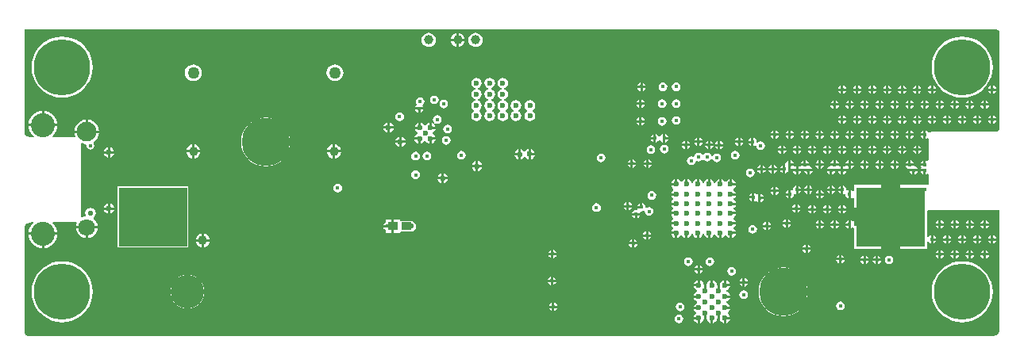
<source format=gbr>
%TF.GenerationSoftware,Altium Limited,Altium Designer,20.0.13 (296)*%
G04 Layer_Physical_Order=4*
G04 Layer_Color=16711680*
%FSLAX45Y45*%
%MOMM*%
%TF.FileFunction,Copper,L4,Bot,Signal*%
%TF.Part,Single*%
G01*
G75*
%TA.AperFunction,ComponentPad*%
%ADD59C,3.58500*%
%ADD60C,5.17500*%
%ADD61C,0.55000*%
%ADD62C,0.40500*%
%ADD63C,2.56500*%
%ADD64C,1.80000*%
%ADD65C,2.10000*%
%TA.AperFunction,ViaPad*%
%ADD66C,0.40000*%
%ADD67C,0.60000*%
%ADD68C,1.00000*%
%ADD69C,1.27000*%
%ADD70C,6.00000*%
%TA.AperFunction,SMDPad,CuDef*%
%ADD85R,7.34000X6.35000*%
%ADD86R,1.00000X0.97000*%
G36*
X2810000Y7430000D02*
D01*
D02*
G37*
G36*
X11960000Y7200000D02*
X11967956D01*
X11982658Y7193910D01*
X11993910Y7182658D01*
X12000000Y7167956D01*
Y7160000D01*
X12000000Y6150000D01*
X12000000D01*
Y6142043D01*
X11993910Y6127342D01*
X11982658Y6116090D01*
X11967956Y6110000D01*
X11960000D01*
X11280000Y6110000D01*
Y6110000D01*
X11272196Y6109231D01*
X11257777Y6103259D01*
X11255014Y6100495D01*
X11253043Y6100047D01*
X11239360Y6102802D01*
X11232727Y6112729D01*
X11217710Y6122763D01*
X11212695Y6123761D01*
Y6079997D01*
Y6036234D01*
X11217710Y6037232D01*
X11227300Y6043640D01*
X11240000Y6037032D01*
Y5802964D01*
X11227300Y5796355D01*
X11217710Y5802764D01*
X11212695Y5803761D01*
Y5759998D01*
X11199995D01*
Y5747298D01*
X11156232D01*
X11157229Y5742283D01*
X11165440Y5729995D01*
X11157234Y5717714D01*
X11156237Y5712700D01*
X11200000D01*
Y5700000D01*
X11212700D01*
Y5656237D01*
X11217714Y5657234D01*
X11227300Y5663639D01*
X11240000Y5657027D01*
Y5545555D01*
X11228400Y5542900D01*
Y5542900D01*
X10935999D01*
Y5200000D01*
Y4857100D01*
X11228400D01*
Y4932638D01*
X11241100Y4936491D01*
X11247264Y4927266D01*
X11262281Y4917232D01*
X11267295Y4916235D01*
Y4959998D01*
Y5003761D01*
X11262281Y5002764D01*
X11247264Y4992730D01*
X11241100Y4983505D01*
X11228400Y4987358D01*
Y5267345D01*
X11240000Y5270000D01*
Y5270000D01*
X12000000D01*
Y4000000D01*
Y3993105D01*
X11997310Y3979582D01*
X11992033Y3966842D01*
X11984372Y3955377D01*
X11974622Y3945627D01*
X11963157Y3937967D01*
X11950418Y3932690D01*
X11936894Y3930000D01*
X1640000D01*
Y3930000D01*
X1632043D01*
X1617342Y3936090D01*
X1606090Y3947342D01*
X1600000Y3962043D01*
Y3970000D01*
X1600000Y5070000D01*
X1600000D01*
Y5078864D01*
X1603459Y5096252D01*
X1610243Y5112631D01*
X1620093Y5127372D01*
X1623229Y5130508D01*
X1648750Y5141486D01*
X1682788Y5148737D01*
X1692922Y5149372D01*
X1697809Y5136954D01*
X1688328Y5129172D01*
X1669127Y5105776D01*
X1654859Y5079084D01*
X1646073Y5050120D01*
X1644358Y5032700D01*
X1797500D01*
X1950643D01*
X1948927Y5050120D01*
X1940141Y5079084D01*
X1925873Y5105776D01*
X1906673Y5129172D01*
X1897881Y5136388D01*
X1902445Y5149072D01*
X2152276Y5148182D01*
X2159313Y5137610D01*
X2152071Y5120125D01*
X2149776Y5102700D01*
X2264500D01*
X2379224D01*
X2376930Y5120125D01*
X2365302Y5148198D01*
X2346804Y5172304D01*
X2333837Y5182254D01*
X2334252Y5194948D01*
X2342225Y5200275D01*
X2354403Y5218501D01*
X2358680Y5240000D01*
X2354403Y5261499D01*
X2342225Y5279725D01*
X2323999Y5291903D01*
X2302500Y5296179D01*
X2281001Y5291903D01*
X2262775Y5279725D01*
X2250597Y5261499D01*
X2246321Y5240000D01*
X2250597Y5218501D01*
X2252475Y5215690D01*
X2247234Y5204122D01*
X2234375Y5202430D01*
X2212576Y5193400D01*
X2199875Y5200968D01*
X2199764Y5984240D01*
X2210323Y5991297D01*
X2230459Y5982956D01*
X2252922Y5979999D01*
X2262289Y5965956D01*
X2261104Y5960000D01*
X2264256Y5944159D01*
X2273229Y5930729D01*
X2286659Y5921755D01*
X2302500Y5918604D01*
X2318342Y5921755D01*
X2331771Y5930729D01*
X2340745Y5944159D01*
X2343896Y5960000D01*
X2340745Y5975841D01*
X2335067Y5984339D01*
X2332426Y5990802D01*
X2336851Y6001151D01*
X2357503Y6016998D01*
X2378404Y6044237D01*
X2391544Y6075959D01*
X2394353Y6097300D01*
X2264500D01*
X2134647D01*
X2137456Y6075959D01*
X2143559Y6061226D01*
X2134463Y6050000D01*
X1901313D01*
X1896769Y6062700D01*
X1906673Y6070828D01*
X1925873Y6094224D01*
X1940141Y6120916D01*
X1948927Y6149879D01*
X1950643Y6167300D01*
X1797500D01*
X1644358D01*
X1646073Y6149879D01*
X1654859Y6120916D01*
X1669127Y6094224D01*
X1688328Y6070828D01*
X1698231Y6062700D01*
X1693687Y6050000D01*
X1661176D01*
X1657743Y6050635D01*
X1626008Y6063279D01*
X1597584Y6081720D01*
Y7198064D01*
X1597952Y7198952D01*
X1598631Y7199632D01*
X1599519Y7200000D01*
X11960000D01*
Y7200000D01*
D02*
G37*
%LPC*%
G36*
X6232700Y7164379D02*
Y7102700D01*
X6294379D01*
X6293459Y7109684D01*
X6285862Y7128025D01*
X6273776Y7143776D01*
X6258025Y7155862D01*
X6239683Y7163459D01*
X6232700Y7164379D01*
D02*
G37*
G36*
X6207300D02*
X6200317Y7163459D01*
X6181975Y7155862D01*
X6166224Y7143776D01*
X6154138Y7128025D01*
X6146541Y7109684D01*
X6145621Y7102700D01*
X6207300D01*
Y7164379D01*
D02*
G37*
G36*
X6294379Y7077300D02*
X6232700D01*
Y7015621D01*
X6239683Y7016541D01*
X6258025Y7024138D01*
X6273776Y7036224D01*
X6285862Y7051975D01*
X6293459Y7070317D01*
X6294379Y7077300D01*
D02*
G37*
G36*
X6207300D02*
X6145621D01*
X6146541Y7070317D01*
X6154138Y7051975D01*
X6166224Y7036224D01*
X6181975Y7024138D01*
X6200317Y7016541D01*
X6207300Y7015621D01*
Y7077300D01*
D02*
G37*
G36*
X6410000Y7166051D02*
X6390317Y7163459D01*
X6371975Y7155862D01*
X6356224Y7143776D01*
X6344138Y7128025D01*
X6336541Y7109684D01*
X6333949Y7090000D01*
X6336541Y7070317D01*
X6344138Y7051975D01*
X6356224Y7036224D01*
X6371975Y7024138D01*
X6390317Y7016541D01*
X6410000Y7013949D01*
X6429684Y7016541D01*
X6448025Y7024138D01*
X6463776Y7036224D01*
X6475862Y7051975D01*
X6483459Y7070317D01*
X6486051Y7090000D01*
X6483459Y7109684D01*
X6475862Y7128025D01*
X6463776Y7143776D01*
X6448025Y7155862D01*
X6429684Y7163459D01*
X6410000Y7166051D01*
D02*
G37*
G36*
X5910000D02*
X5890317Y7163459D01*
X5871975Y7155862D01*
X5856224Y7143776D01*
X5844138Y7128025D01*
X5836541Y7109684D01*
X5833949Y7090000D01*
X5836541Y7070317D01*
X5844138Y7051975D01*
X5856224Y7036224D01*
X5871975Y7024138D01*
X5890317Y7016541D01*
X5910000Y7013949D01*
X5929684Y7016541D01*
X5948025Y7024138D01*
X5963776Y7036224D01*
X5975862Y7051975D01*
X5983459Y7070317D01*
X5986051Y7090000D01*
X5983459Y7109684D01*
X5975862Y7128025D01*
X5963776Y7143776D01*
X5948025Y7155862D01*
X5929684Y7163459D01*
X5910000Y7166051D01*
D02*
G37*
G36*
X4910000Y6829667D02*
X4886793Y6826612D01*
X4865167Y6817654D01*
X4846596Y6803404D01*
X4832346Y6784834D01*
X4823388Y6763207D01*
X4820333Y6740000D01*
X4823388Y6716793D01*
X4832346Y6695166D01*
X4846596Y6676596D01*
X4865167Y6662346D01*
X4886793Y6653388D01*
X4910000Y6650333D01*
X4933208Y6653388D01*
X4954834Y6662346D01*
X4973404Y6676596D01*
X4987654Y6695166D01*
X4996612Y6716793D01*
X4999667Y6740000D01*
X4996612Y6763207D01*
X4987654Y6784834D01*
X4973404Y6803404D01*
X4954834Y6817654D01*
X4933208Y6826612D01*
X4910000Y6829667D01*
D02*
G37*
G36*
X3400000D02*
X3376793Y6826612D01*
X3355167Y6817654D01*
X3336596Y6803404D01*
X3322346Y6784834D01*
X3313388Y6763207D01*
X3310333Y6740000D01*
X3313388Y6716793D01*
X3322346Y6695166D01*
X3336596Y6676596D01*
X3355167Y6662346D01*
X3376793Y6653388D01*
X3400000Y6650333D01*
X3423208Y6653388D01*
X3444834Y6662346D01*
X3463404Y6676596D01*
X3477654Y6695166D01*
X3486612Y6716793D01*
X3489667Y6740000D01*
X3486612Y6763207D01*
X3477654Y6784834D01*
X3463404Y6803404D01*
X3444834Y6817654D01*
X3423208Y6826612D01*
X3400000Y6829667D01*
D02*
G37*
G36*
X8192700Y6633763D02*
Y6602700D01*
X8223763D01*
X8222766Y6607714D01*
X8212732Y6622732D01*
X8197714Y6632766D01*
X8192700Y6633763D01*
D02*
G37*
G36*
X8167300D02*
X8162286Y6632766D01*
X8147268Y6622732D01*
X8137234Y6607714D01*
X8136236Y6602700D01*
X8167300D01*
Y6633763D01*
D02*
G37*
G36*
X11932695Y6603761D02*
Y6572697D01*
X11963758D01*
X11962761Y6577712D01*
X11952727Y6592729D01*
X11937709Y6602763D01*
X11932695Y6603761D01*
D02*
G37*
G36*
X11907295D02*
X11902281Y6602763D01*
X11887263Y6592729D01*
X11877229Y6577712D01*
X11876232Y6572697D01*
X11907295D01*
Y6603761D01*
D02*
G37*
G36*
X11292695D02*
Y6572697D01*
X11323759D01*
X11322761Y6577712D01*
X11312727Y6592729D01*
X11297709Y6602763D01*
X11292695Y6603761D01*
D02*
G37*
G36*
X11267295D02*
X11262281Y6602763D01*
X11247264Y6592729D01*
X11237229Y6577712D01*
X11236232Y6572697D01*
X11267295D01*
Y6603761D01*
D02*
G37*
G36*
X11132695D02*
Y6572697D01*
X11163759D01*
X11162761Y6577712D01*
X11152727Y6592729D01*
X11137709Y6602763D01*
X11132695Y6603761D01*
D02*
G37*
G36*
X11107295D02*
X11102281Y6602763D01*
X11087264Y6592729D01*
X11077229Y6577712D01*
X11076232Y6572697D01*
X11107295D01*
Y6603761D01*
D02*
G37*
G36*
X10972695D02*
Y6572697D01*
X11003759D01*
X11002761Y6577712D01*
X10992727Y6592729D01*
X10977710Y6602763D01*
X10972695Y6603761D01*
D02*
G37*
G36*
X10947295D02*
X10942281Y6602763D01*
X10927264Y6592729D01*
X10917229Y6577712D01*
X10916232Y6572697D01*
X10947295D01*
Y6603761D01*
D02*
G37*
G36*
X10812695D02*
Y6572697D01*
X10843759D01*
X10842761Y6577712D01*
X10832727Y6592729D01*
X10817710Y6602763D01*
X10812695Y6603761D01*
D02*
G37*
G36*
X10787295D02*
X10782281Y6602763D01*
X10767264Y6592729D01*
X10757229Y6577712D01*
X10756232Y6572697D01*
X10787295D01*
Y6603761D01*
D02*
G37*
G36*
X10652695D02*
Y6572697D01*
X10683759D01*
X10682761Y6577712D01*
X10672727Y6592729D01*
X10657710Y6602763D01*
X10652695Y6603761D01*
D02*
G37*
G36*
X10627295D02*
X10622281Y6602763D01*
X10607264Y6592729D01*
X10597230Y6577712D01*
X10596232Y6572697D01*
X10627295D01*
Y6603761D01*
D02*
G37*
G36*
X10492696D02*
Y6572697D01*
X10523759D01*
X10522762Y6577712D01*
X10512727Y6592729D01*
X10497710Y6602763D01*
X10492696Y6603761D01*
D02*
G37*
G36*
X10467296D02*
X10462281Y6602763D01*
X10447264Y6592729D01*
X10437230Y6577712D01*
X10436232Y6572697D01*
X10467296D01*
Y6603761D01*
D02*
G37*
G36*
X10332696D02*
Y6572697D01*
X10363759D01*
X10362762Y6577712D01*
X10352727Y6592729D01*
X10337710Y6602763D01*
X10332696Y6603761D01*
D02*
G37*
G36*
X10307296D02*
X10302281Y6602763D01*
X10287264Y6592729D01*
X10277230Y6577712D01*
X10276232Y6572697D01*
X10307296D01*
Y6603761D01*
D02*
G37*
G36*
X8223763Y6577300D02*
X8192700D01*
Y6546237D01*
X8197714Y6547234D01*
X8212732Y6557268D01*
X8222766Y6572286D01*
X8223763Y6577300D01*
D02*
G37*
G36*
X8167300D02*
X8136236D01*
X8137234Y6572286D01*
X8147268Y6557268D01*
X8162286Y6547234D01*
X8167300Y6546237D01*
Y6577300D01*
D02*
G37*
G36*
X8550000Y6636289D02*
X8532286Y6632766D01*
X8517268Y6622732D01*
X8507234Y6607714D01*
X8503710Y6590000D01*
X8507234Y6572286D01*
X8517268Y6557268D01*
X8532286Y6547234D01*
X8550000Y6543711D01*
X8567714Y6547234D01*
X8582732Y6557268D01*
X8592766Y6572286D01*
X8596289Y6590000D01*
X8592766Y6607714D01*
X8582732Y6622732D01*
X8567714Y6632766D01*
X8550000Y6636289D01*
D02*
G37*
G36*
X8410000D02*
X8392286Y6632766D01*
X8377268Y6622732D01*
X8367234Y6607714D01*
X8363710Y6590000D01*
X8367234Y6572286D01*
X8377268Y6557268D01*
X8392286Y6547234D01*
X8410000Y6543711D01*
X8427714Y6547234D01*
X8442732Y6557268D01*
X8452766Y6572286D01*
X8456289Y6590000D01*
X8452766Y6607714D01*
X8442732Y6622732D01*
X8427714Y6632766D01*
X8410000Y6636289D01*
D02*
G37*
G36*
X11963758Y6547297D02*
X11932695D01*
Y6516234D01*
X11937709Y6517231D01*
X11952727Y6527266D01*
X11962761Y6542283D01*
X11963758Y6547297D01*
D02*
G37*
G36*
X11907295D02*
X11876232D01*
X11877229Y6542283D01*
X11887263Y6527266D01*
X11902281Y6517231D01*
X11907295Y6516234D01*
Y6547297D01*
D02*
G37*
G36*
X11323759D02*
X11292695D01*
Y6516234D01*
X11297709Y6517231D01*
X11312727Y6527266D01*
X11322761Y6542283D01*
X11323759Y6547297D01*
D02*
G37*
G36*
X11267295D02*
X11236232D01*
X11237229Y6542283D01*
X11247264Y6527266D01*
X11262281Y6517231D01*
X11267295Y6516234D01*
Y6547297D01*
D02*
G37*
G36*
X11163759D02*
X11132695D01*
Y6516234D01*
X11137709Y6517231D01*
X11152727Y6527266D01*
X11162761Y6542283D01*
X11163759Y6547297D01*
D02*
G37*
G36*
X11107295D02*
X11076232D01*
X11077229Y6542283D01*
X11087264Y6527266D01*
X11102281Y6517231D01*
X11107295Y6516234D01*
Y6547297D01*
D02*
G37*
G36*
X11003759D02*
X10972695D01*
Y6516234D01*
X10977710Y6517231D01*
X10992727Y6527266D01*
X11002761Y6542283D01*
X11003759Y6547297D01*
D02*
G37*
G36*
X10947295D02*
X10916232D01*
X10917229Y6542283D01*
X10927264Y6527266D01*
X10942281Y6517231D01*
X10947295Y6516234D01*
Y6547297D01*
D02*
G37*
G36*
X10843759D02*
X10812695D01*
Y6516234D01*
X10817710Y6517231D01*
X10832727Y6527266D01*
X10842761Y6542283D01*
X10843759Y6547297D01*
D02*
G37*
G36*
X10787295D02*
X10756232D01*
X10757229Y6542283D01*
X10767264Y6527266D01*
X10782281Y6517231D01*
X10787295Y6516234D01*
Y6547297D01*
D02*
G37*
G36*
X10683759D02*
X10652695D01*
Y6516234D01*
X10657710Y6517231D01*
X10672727Y6527266D01*
X10682761Y6542283D01*
X10683759Y6547297D01*
D02*
G37*
G36*
X10627295D02*
X10596232D01*
X10597230Y6542283D01*
X10607264Y6527266D01*
X10622281Y6517231D01*
X10627295Y6516234D01*
Y6547297D01*
D02*
G37*
G36*
X10523759D02*
X10492696D01*
Y6516234D01*
X10497710Y6517231D01*
X10512727Y6527266D01*
X10522762Y6542283D01*
X10523759Y6547297D01*
D02*
G37*
G36*
X10467296D02*
X10436232D01*
X10437230Y6542283D01*
X10447264Y6527266D01*
X10462281Y6517231D01*
X10467296Y6516234D01*
Y6547297D01*
D02*
G37*
G36*
X10363759D02*
X10332696D01*
Y6516234D01*
X10337710Y6517231D01*
X10352727Y6527266D01*
X10362762Y6542283D01*
X10363759Y6547297D01*
D02*
G37*
G36*
X10307296D02*
X10276232D01*
X10277230Y6542283D01*
X10287264Y6527266D01*
X10302281Y6517231D01*
X10307296Y6516234D01*
Y6547297D01*
D02*
G37*
G36*
X11600000Y7126406D02*
X11548939Y7122388D01*
X11499135Y7110431D01*
X11451815Y7090830D01*
X11408143Y7064068D01*
X11369196Y7030804D01*
X11335932Y6991857D01*
X11309170Y6948185D01*
X11289569Y6900865D01*
X11277612Y6851061D01*
X11273594Y6800000D01*
X11277612Y6748939D01*
X11289569Y6699135D01*
X11309170Y6651815D01*
X11335932Y6608144D01*
X11369196Y6569196D01*
X11408143Y6535932D01*
X11451815Y6509170D01*
X11499135Y6489569D01*
X11548939Y6477613D01*
X11600000Y6473594D01*
X11651061Y6477613D01*
X11700865Y6489569D01*
X11748185Y6509170D01*
X11791857Y6535932D01*
X11830804Y6569196D01*
X11864068Y6608144D01*
X11890830Y6651815D01*
X11910431Y6699135D01*
X11922387Y6748939D01*
X11926406Y6800000D01*
X11922387Y6851061D01*
X11910431Y6900865D01*
X11890830Y6948185D01*
X11864068Y6991857D01*
X11830804Y7030804D01*
X11791857Y7064068D01*
X11748185Y7090830D01*
X11700865Y7110431D01*
X11651061Y7122388D01*
X11600000Y7126406D01*
D02*
G37*
G36*
X2000000D02*
X1948939Y7122388D01*
X1899135Y7110431D01*
X1851815Y7090830D01*
X1808143Y7064068D01*
X1769196Y7030804D01*
X1735932Y6991857D01*
X1709170Y6948185D01*
X1689569Y6900865D01*
X1677613Y6851061D01*
X1673594Y6800000D01*
X1677613Y6748939D01*
X1689569Y6699135D01*
X1709170Y6651815D01*
X1735932Y6608144D01*
X1769196Y6569196D01*
X1808143Y6535932D01*
X1851815Y6509170D01*
X1899135Y6489569D01*
X1948939Y6477613D01*
X2000000Y6473594D01*
X2051061Y6477613D01*
X2100865Y6489569D01*
X2148185Y6509170D01*
X2191857Y6535932D01*
X2230804Y6569196D01*
X2264068Y6608144D01*
X2290830Y6651815D01*
X2310431Y6699135D01*
X2322388Y6748939D01*
X2326406Y6800000D01*
X2322388Y6851061D01*
X2310431Y6900865D01*
X2290830Y6948185D01*
X2264068Y6991857D01*
X2230804Y7030804D01*
X2191857Y7064068D01*
X2148185Y7090830D01*
X2100865Y7110431D01*
X2051061Y7122388D01*
X2000000Y7126406D01*
D02*
G37*
G36*
X8182700Y6453763D02*
Y6422700D01*
X8213763D01*
X8212766Y6427714D01*
X8202732Y6442732D01*
X8187714Y6452766D01*
X8182700Y6453763D01*
D02*
G37*
G36*
X8157300D02*
X8152286Y6452766D01*
X8137268Y6442732D01*
X8127234Y6427714D01*
X8126236Y6422700D01*
X8157300D01*
Y6453763D01*
D02*
G37*
G36*
X11852695Y6443761D02*
Y6412697D01*
X11883759D01*
X11882761Y6417712D01*
X11872727Y6432729D01*
X11857709Y6442763D01*
X11852695Y6443761D01*
D02*
G37*
G36*
X11827295D02*
X11822281Y6442763D01*
X11807263Y6432729D01*
X11797229Y6417712D01*
X11796232Y6412697D01*
X11827295D01*
Y6443761D01*
D02*
G37*
G36*
X11692695D02*
Y6412697D01*
X11723759D01*
X11722761Y6417712D01*
X11712727Y6432729D01*
X11697709Y6442763D01*
X11692695Y6443761D01*
D02*
G37*
G36*
X11667295D02*
X11662281Y6442763D01*
X11647263Y6432729D01*
X11637229Y6417712D01*
X11636232Y6412697D01*
X11667295D01*
Y6443761D01*
D02*
G37*
G36*
X11532695D02*
Y6412697D01*
X11563759D01*
X11562761Y6417712D01*
X11552727Y6432729D01*
X11537709Y6442763D01*
X11532695Y6443761D01*
D02*
G37*
G36*
X11507295D02*
X11502281Y6442763D01*
X11487264Y6432729D01*
X11477229Y6417712D01*
X11476232Y6412697D01*
X11507295D01*
Y6443761D01*
D02*
G37*
G36*
X11372695D02*
Y6412697D01*
X11403759D01*
X11402761Y6417712D01*
X11392727Y6432729D01*
X11377710Y6442763D01*
X11372695Y6443761D01*
D02*
G37*
G36*
X11347295D02*
X11342281Y6442763D01*
X11327264Y6432729D01*
X11317229Y6417712D01*
X11316232Y6412697D01*
X11347295D01*
Y6443761D01*
D02*
G37*
G36*
X11212695D02*
Y6412697D01*
X11243759D01*
X11242761Y6417712D01*
X11232727Y6432729D01*
X11217710Y6442763D01*
X11212695Y6443761D01*
D02*
G37*
G36*
X11187295D02*
X11182281Y6442763D01*
X11167264Y6432729D01*
X11157229Y6417712D01*
X11156232Y6412697D01*
X11187295D01*
Y6443761D01*
D02*
G37*
G36*
X11052695D02*
Y6412697D01*
X11083759D01*
X11082761Y6417712D01*
X11072727Y6432729D01*
X11057710Y6442763D01*
X11052695Y6443761D01*
D02*
G37*
G36*
X11027295D02*
X11022281Y6442763D01*
X11007264Y6432729D01*
X10997229Y6417712D01*
X10996232Y6412697D01*
X11027295D01*
Y6443761D01*
D02*
G37*
G36*
X10892696D02*
Y6412697D01*
X10923759D01*
X10922761Y6417712D01*
X10912727Y6432729D01*
X10897710Y6442763D01*
X10892696Y6443761D01*
D02*
G37*
G36*
X10867296D02*
X10862281Y6442763D01*
X10847264Y6432729D01*
X10837230Y6417712D01*
X10836232Y6412697D01*
X10867296D01*
Y6443761D01*
D02*
G37*
G36*
X10732696D02*
Y6412697D01*
X10763759D01*
X10762762Y6417712D01*
X10752727Y6432729D01*
X10737710Y6442763D01*
X10732696Y6443761D01*
D02*
G37*
G36*
X10707296D02*
X10702281Y6442763D01*
X10687264Y6432729D01*
X10677230Y6417712D01*
X10676232Y6412697D01*
X10707296D01*
Y6443761D01*
D02*
G37*
G36*
X10572696D02*
Y6412697D01*
X10603759D01*
X10602762Y6417712D01*
X10592727Y6432729D01*
X10577710Y6442763D01*
X10572696Y6443761D01*
D02*
G37*
G36*
X10547296D02*
X10542281Y6442763D01*
X10527264Y6432729D01*
X10517230Y6417712D01*
X10516232Y6412697D01*
X10547296D01*
Y6443761D01*
D02*
G37*
G36*
X10412696D02*
Y6412697D01*
X10443759D01*
X10442762Y6417712D01*
X10432727Y6432729D01*
X10417710Y6442763D01*
X10412696Y6443761D01*
D02*
G37*
G36*
X10387296D02*
X10382281Y6442763D01*
X10367264Y6432729D01*
X10357230Y6417712D01*
X10356232Y6412697D01*
X10387296D01*
Y6443761D01*
D02*
G37*
G36*
X10252696D02*
Y6412697D01*
X10283759D01*
X10282762Y6417712D01*
X10272727Y6432729D01*
X10257710Y6442763D01*
X10252696Y6443761D01*
D02*
G37*
G36*
X10227296D02*
X10222282Y6442763D01*
X10207264Y6432729D01*
X10197230Y6417712D01*
X10196232Y6412697D01*
X10227296D01*
Y6443761D01*
D02*
G37*
G36*
X5970000Y6496290D02*
X5952286Y6492766D01*
X5937268Y6482732D01*
X5927234Y6467714D01*
X5923711Y6450000D01*
X5927234Y6432286D01*
X5937268Y6417268D01*
X5952286Y6407234D01*
X5970000Y6403711D01*
X5987714Y6407234D01*
X6002732Y6417268D01*
X6012766Y6432286D01*
X6016289Y6450000D01*
X6012766Y6467714D01*
X6002732Y6482732D01*
X5987714Y6492766D01*
X5970000Y6496290D01*
D02*
G37*
G36*
X5819988Y6476277D02*
X5802274Y6472753D01*
X5787257Y6462719D01*
X5777222Y6447701D01*
X5773699Y6429987D01*
X5777222Y6412273D01*
X5786266Y6398739D01*
X5777257Y6392719D01*
X5767222Y6377701D01*
X5766225Y6372687D01*
X5853752D01*
X5852754Y6377701D01*
X5843711Y6391236D01*
X5852720Y6397255D01*
X5862754Y6412273D01*
X5866278Y6429987D01*
X5862754Y6447701D01*
X5852720Y6462719D01*
X5837703Y6472753D01*
X5819988Y6476277D01*
D02*
G37*
G36*
X8213763Y6397300D02*
X8182700D01*
Y6366236D01*
X8187714Y6367234D01*
X8202732Y6377268D01*
X8212766Y6392286D01*
X8213763Y6397300D01*
D02*
G37*
G36*
X8157300D02*
X8126236D01*
X8127234Y6392286D01*
X8137268Y6377268D01*
X8152286Y6367234D01*
X8157300Y6366236D01*
Y6397300D01*
D02*
G37*
G36*
X8550000Y6456289D02*
X8532286Y6452766D01*
X8517268Y6442732D01*
X8507234Y6427714D01*
X8503710Y6410000D01*
X8507234Y6392286D01*
X8517268Y6377268D01*
X8532286Y6367234D01*
X8550000Y6363710D01*
X8567714Y6367234D01*
X8582732Y6377268D01*
X8592766Y6392286D01*
X8596289Y6410000D01*
X8592766Y6427714D01*
X8582732Y6442732D01*
X8567714Y6452766D01*
X8550000Y6456289D01*
D02*
G37*
G36*
X8400000D02*
X8382286Y6452766D01*
X8367268Y6442732D01*
X8357234Y6427714D01*
X8353710Y6410000D01*
X8357234Y6392286D01*
X8367268Y6377268D01*
X8382286Y6367234D01*
X8400000Y6363710D01*
X8417714Y6367234D01*
X8432732Y6377268D01*
X8442766Y6392286D01*
X8446289Y6410000D01*
X8442766Y6427714D01*
X8432732Y6442732D01*
X8417714Y6452766D01*
X8400000Y6456289D01*
D02*
G37*
G36*
X6070440Y6451113D02*
X6052726Y6447590D01*
X6037708Y6437556D01*
X6027674Y6422538D01*
X6024151Y6404824D01*
X6027674Y6387110D01*
X6037708Y6372092D01*
X6052726Y6362058D01*
X6070440Y6358534D01*
X6088154Y6362058D01*
X6103172Y6372092D01*
X6113206Y6387110D01*
X6116729Y6404824D01*
X6113206Y6422538D01*
X6103172Y6437556D01*
X6088154Y6447590D01*
X6070440Y6451113D01*
D02*
G37*
G36*
X11883759Y6387297D02*
X11852695D01*
Y6356234D01*
X11857709Y6357231D01*
X11872727Y6367266D01*
X11882761Y6382283D01*
X11883759Y6387297D01*
D02*
G37*
G36*
X11827295D02*
X11796232D01*
X11797229Y6382283D01*
X11807263Y6367266D01*
X11822281Y6357231D01*
X11827295Y6356234D01*
Y6387297D01*
D02*
G37*
G36*
X11723759D02*
X11692695D01*
Y6356234D01*
X11697709Y6357231D01*
X11712727Y6367266D01*
X11722761Y6382283D01*
X11723759Y6387297D01*
D02*
G37*
G36*
X11667295D02*
X11636232D01*
X11637229Y6382283D01*
X11647263Y6367266D01*
X11662281Y6357231D01*
X11667295Y6356234D01*
Y6387297D01*
D02*
G37*
G36*
X11563759D02*
X11532695D01*
Y6356234D01*
X11537709Y6357231D01*
X11552727Y6367266D01*
X11562761Y6382283D01*
X11563759Y6387297D01*
D02*
G37*
G36*
X11507295D02*
X11476232D01*
X11477229Y6382283D01*
X11487264Y6367266D01*
X11502281Y6357231D01*
X11507295Y6356234D01*
Y6387297D01*
D02*
G37*
G36*
X11403759D02*
X11372695D01*
Y6356234D01*
X11377710Y6357231D01*
X11392727Y6367266D01*
X11402761Y6382283D01*
X11403759Y6387297D01*
D02*
G37*
G36*
X11347295D02*
X11316232D01*
X11317229Y6382283D01*
X11327264Y6367266D01*
X11342281Y6357231D01*
X11347295Y6356234D01*
Y6387297D01*
D02*
G37*
G36*
X11243759D02*
X11212695D01*
Y6356234D01*
X11217710Y6357231D01*
X11232727Y6367266D01*
X11242761Y6382283D01*
X11243759Y6387297D01*
D02*
G37*
G36*
X11187295D02*
X11156232D01*
X11157229Y6382283D01*
X11167264Y6367266D01*
X11182281Y6357231D01*
X11187295Y6356234D01*
Y6387297D01*
D02*
G37*
G36*
X11083759D02*
X11052695D01*
Y6356234D01*
X11057710Y6357231D01*
X11072727Y6367266D01*
X11082761Y6382283D01*
X11083759Y6387297D01*
D02*
G37*
G36*
X11027295D02*
X10996232D01*
X10997229Y6382283D01*
X11007264Y6367266D01*
X11022281Y6357231D01*
X11027295Y6356234D01*
Y6387297D01*
D02*
G37*
G36*
X10923759D02*
X10892696D01*
Y6356234D01*
X10897710Y6357231D01*
X10912727Y6367266D01*
X10922761Y6382283D01*
X10923759Y6387297D01*
D02*
G37*
G36*
X10867296D02*
X10836232D01*
X10837230Y6382283D01*
X10847264Y6367266D01*
X10862281Y6357231D01*
X10867296Y6356234D01*
Y6387297D01*
D02*
G37*
G36*
X10763759D02*
X10732696D01*
Y6356234D01*
X10737710Y6357231D01*
X10752727Y6367266D01*
X10762762Y6382283D01*
X10763759Y6387297D01*
D02*
G37*
G36*
X10707296D02*
X10676232D01*
X10677230Y6382283D01*
X10687264Y6367266D01*
X10702281Y6357231D01*
X10707296Y6356234D01*
Y6387297D01*
D02*
G37*
G36*
X10603759D02*
X10572696D01*
Y6356234D01*
X10577710Y6357231D01*
X10592727Y6367266D01*
X10602762Y6382283D01*
X10603759Y6387297D01*
D02*
G37*
G36*
X10547296D02*
X10516232D01*
X10517230Y6382283D01*
X10527264Y6367266D01*
X10542281Y6357231D01*
X10547296Y6356234D01*
Y6387297D01*
D02*
G37*
G36*
X10443759D02*
X10412696D01*
Y6356234D01*
X10417710Y6357231D01*
X10432727Y6367266D01*
X10442762Y6382283D01*
X10443759Y6387297D01*
D02*
G37*
G36*
X10387296D02*
X10356232D01*
X10357230Y6382283D01*
X10367264Y6367266D01*
X10382281Y6357231D01*
X10387296Y6356234D01*
Y6387297D01*
D02*
G37*
G36*
X10283759D02*
X10252696D01*
Y6356234D01*
X10257710Y6357231D01*
X10272727Y6367266D01*
X10282762Y6382283D01*
X10283759Y6387297D01*
D02*
G37*
G36*
X10227296D02*
X10196232D01*
X10197230Y6382283D01*
X10207264Y6367266D01*
X10222282Y6357231D01*
X10227296Y6356234D01*
Y6387297D01*
D02*
G37*
G36*
X5853752Y6347287D02*
X5822688D01*
Y6316224D01*
X5827703Y6317221D01*
X5842720Y6327256D01*
X5852754Y6342273D01*
X5853752Y6347287D01*
D02*
G37*
G36*
X5797288D02*
X5766225D01*
X5767222Y6342273D01*
X5777257Y6327256D01*
X5792274Y6317221D01*
X5797288Y6316224D01*
Y6347287D01*
D02*
G37*
G36*
X11932695Y6283761D02*
Y6252697D01*
X11963758D01*
X11962761Y6257712D01*
X11952727Y6272729D01*
X11937709Y6282763D01*
X11932695Y6283761D01*
D02*
G37*
G36*
X11907295D02*
X11902281Y6282763D01*
X11887263Y6272729D01*
X11877229Y6257712D01*
X11876232Y6252697D01*
X11907295D01*
Y6283761D01*
D02*
G37*
G36*
X11772695D02*
Y6252697D01*
X11803758D01*
X11802761Y6257712D01*
X11792727Y6272729D01*
X11777709Y6282763D01*
X11772695Y6283761D01*
D02*
G37*
G36*
X11747295D02*
X11742281Y6282763D01*
X11727263Y6272729D01*
X11717229Y6257712D01*
X11716232Y6252697D01*
X11747295D01*
Y6283761D01*
D02*
G37*
G36*
X11612695D02*
Y6252697D01*
X11643759D01*
X11642761Y6257712D01*
X11632727Y6272729D01*
X11617709Y6282763D01*
X11612695Y6283761D01*
D02*
G37*
G36*
X11587295D02*
X11582281Y6282763D01*
X11567263Y6272729D01*
X11557229Y6257712D01*
X11556232Y6252697D01*
X11587295D01*
Y6283761D01*
D02*
G37*
G36*
X11452695D02*
Y6252697D01*
X11483759D01*
X11482761Y6257712D01*
X11472727Y6272729D01*
X11457709Y6282763D01*
X11452695Y6283761D01*
D02*
G37*
G36*
X11427295D02*
X11422281Y6282763D01*
X11407263Y6272729D01*
X11397229Y6257712D01*
X11396232Y6252697D01*
X11427295D01*
Y6283761D01*
D02*
G37*
G36*
X11292695D02*
Y6252697D01*
X11323759D01*
X11322761Y6257712D01*
X11312727Y6272729D01*
X11297709Y6282763D01*
X11292695Y6283761D01*
D02*
G37*
G36*
X11267295D02*
X11262281Y6282763D01*
X11247264Y6272729D01*
X11237229Y6257712D01*
X11236232Y6252697D01*
X11267295D01*
Y6283761D01*
D02*
G37*
G36*
X11132695D02*
Y6252697D01*
X11163759D01*
X11162761Y6257712D01*
X11152727Y6272729D01*
X11137709Y6282763D01*
X11132695Y6283761D01*
D02*
G37*
G36*
X11107295D02*
X11102281Y6282763D01*
X11087264Y6272729D01*
X11077229Y6257712D01*
X11076232Y6252697D01*
X11107295D01*
Y6283761D01*
D02*
G37*
G36*
X10972695D02*
Y6252697D01*
X11003759D01*
X11002761Y6257712D01*
X10992727Y6272729D01*
X10977710Y6282763D01*
X10972695Y6283761D01*
D02*
G37*
G36*
X10947295D02*
X10942281Y6282763D01*
X10927264Y6272729D01*
X10917229Y6257712D01*
X10916232Y6252697D01*
X10947295D01*
Y6283761D01*
D02*
G37*
G36*
X10812695D02*
Y6252697D01*
X10843759D01*
X10842761Y6257712D01*
X10832727Y6272729D01*
X10817710Y6282763D01*
X10812695Y6283761D01*
D02*
G37*
G36*
X10787295D02*
X10782281Y6282763D01*
X10767264Y6272729D01*
X10757229Y6257712D01*
X10756232Y6252697D01*
X10787295D01*
Y6283761D01*
D02*
G37*
G36*
X10652695D02*
Y6252697D01*
X10683759D01*
X10682761Y6257712D01*
X10672727Y6272729D01*
X10657710Y6282763D01*
X10652695Y6283761D01*
D02*
G37*
G36*
X10627295D02*
X10622281Y6282763D01*
X10607264Y6272729D01*
X10597230Y6257712D01*
X10596232Y6252697D01*
X10627295D01*
Y6283761D01*
D02*
G37*
G36*
X10492696D02*
Y6252697D01*
X10523759D01*
X10522762Y6257712D01*
X10512727Y6272729D01*
X10497710Y6282763D01*
X10492696Y6283761D01*
D02*
G37*
G36*
X10467296D02*
X10462281Y6282763D01*
X10447264Y6272729D01*
X10437230Y6257712D01*
X10436232Y6252697D01*
X10467296D01*
Y6283761D01*
D02*
G37*
G36*
X10332696D02*
Y6252697D01*
X10363759D01*
X10362762Y6257712D01*
X10352727Y6272729D01*
X10337710Y6282763D01*
X10332696Y6283761D01*
D02*
G37*
G36*
X10307296D02*
X10302281Y6282763D01*
X10287264Y6272729D01*
X10277230Y6257712D01*
X10276232Y6252697D01*
X10307296D01*
Y6283761D01*
D02*
G37*
G36*
X8182700Y6263763D02*
Y6232700D01*
X8213763D01*
X8212766Y6237714D01*
X8202732Y6252732D01*
X8187714Y6262766D01*
X8182700Y6263763D01*
D02*
G37*
G36*
X8157300D02*
X8152286Y6262766D01*
X8137268Y6252732D01*
X8127234Y6237714D01*
X8126236Y6232700D01*
X8157300D01*
Y6263763D01*
D02*
G37*
G36*
X5600000Y6316289D02*
X5582286Y6312766D01*
X5567268Y6302732D01*
X5557234Y6287714D01*
X5553711Y6270000D01*
X5557234Y6252286D01*
X5567268Y6237268D01*
X5582286Y6227234D01*
X5600000Y6223710D01*
X5617714Y6227234D01*
X5632732Y6237268D01*
X5642766Y6252286D01*
X5646289Y6270000D01*
X5642766Y6287714D01*
X5632732Y6302732D01*
X5617714Y6312766D01*
X5600000Y6316289D01*
D02*
G37*
G36*
X6990000Y6446485D02*
X6968384Y6442185D01*
X6950059Y6429941D01*
X6937814Y6411616D01*
X6933515Y6390000D01*
X6937814Y6368384D01*
X6950059Y6350059D01*
X6961166Y6342637D01*
Y6327363D01*
X6950059Y6319941D01*
X6937814Y6301616D01*
X6933515Y6280000D01*
X6937814Y6258384D01*
X6950059Y6240059D01*
X6968384Y6227814D01*
X6990000Y6223515D01*
X7011616Y6227814D01*
X7029941Y6240059D01*
X7042186Y6258384D01*
X7046485Y6280000D01*
X7042186Y6301616D01*
X7029941Y6319941D01*
X7018834Y6327363D01*
Y6342637D01*
X7029941Y6350059D01*
X7042186Y6368384D01*
X7046485Y6390000D01*
X7042186Y6411616D01*
X7029941Y6429941D01*
X7011616Y6442185D01*
X6990000Y6446485D01*
D02*
G37*
G36*
X6840000D02*
X6818384Y6442185D01*
X6800059Y6429941D01*
X6787814Y6411616D01*
X6783515Y6390000D01*
X6787814Y6368384D01*
X6800059Y6350059D01*
X6811166Y6342637D01*
Y6327363D01*
X6800059Y6319941D01*
X6787814Y6301616D01*
X6783515Y6280000D01*
X6787814Y6258384D01*
X6800059Y6240059D01*
X6818384Y6227814D01*
X6840000Y6223515D01*
X6861616Y6227814D01*
X6879941Y6240059D01*
X6892186Y6258384D01*
X6896485Y6280000D01*
X6892186Y6301616D01*
X6879941Y6319941D01*
X6868834Y6327363D01*
Y6342637D01*
X6879941Y6350059D01*
X6892186Y6368384D01*
X6896485Y6390000D01*
X6892186Y6411616D01*
X6879941Y6429941D01*
X6861616Y6442185D01*
X6840000Y6446485D01*
D02*
G37*
G36*
X6700000Y6686485D02*
X6678384Y6682186D01*
X6660059Y6669941D01*
X6647814Y6651616D01*
X6643515Y6630000D01*
X6647814Y6608384D01*
X6660059Y6590059D01*
X6678384Y6577814D01*
X6685121Y6576474D01*
Y6563526D01*
X6678384Y6562186D01*
X6660059Y6549941D01*
X6647814Y6531616D01*
X6643515Y6510000D01*
X6647814Y6488384D01*
X6660059Y6470059D01*
X6678384Y6457814D01*
X6685121Y6456474D01*
Y6443526D01*
X6678384Y6442185D01*
X6660059Y6429941D01*
X6647814Y6411616D01*
X6643515Y6390000D01*
X6647814Y6368384D01*
X6660059Y6350059D01*
X6671166Y6342637D01*
Y6327363D01*
X6660059Y6319941D01*
X6647814Y6301616D01*
X6643515Y6280000D01*
X6647814Y6258384D01*
X6660059Y6240059D01*
X6678384Y6227814D01*
X6700000Y6223515D01*
X6721616Y6227814D01*
X6739941Y6240059D01*
X6752186Y6258384D01*
X6756485Y6280000D01*
X6752186Y6301616D01*
X6739941Y6319941D01*
X6728834Y6327363D01*
Y6342637D01*
X6739941Y6350059D01*
X6752186Y6368384D01*
X6756485Y6390000D01*
X6752186Y6411616D01*
X6739941Y6429941D01*
X6721616Y6442185D01*
X6714879Y6443526D01*
Y6456474D01*
X6721616Y6457814D01*
X6739941Y6470059D01*
X6752186Y6488384D01*
X6756485Y6510000D01*
X6752186Y6531616D01*
X6739941Y6549941D01*
X6721616Y6562186D01*
X6714879Y6563526D01*
Y6576474D01*
X6721616Y6577814D01*
X6739941Y6590059D01*
X6752186Y6608384D01*
X6756485Y6630000D01*
X6752186Y6651616D01*
X6739941Y6669941D01*
X6721616Y6682186D01*
X6700000Y6686485D01*
D02*
G37*
G36*
X6560000D02*
X6538384Y6682186D01*
X6520059Y6669941D01*
X6507815Y6651616D01*
X6503515Y6630000D01*
X6507815Y6608384D01*
X6520059Y6590059D01*
X6538384Y6577814D01*
X6545121Y6576474D01*
Y6563526D01*
X6538384Y6562186D01*
X6520059Y6549941D01*
X6507815Y6531616D01*
X6503515Y6510000D01*
X6507815Y6488384D01*
X6520059Y6470059D01*
X6538384Y6457814D01*
X6545121Y6456474D01*
Y6443526D01*
X6538384Y6442185D01*
X6520059Y6429941D01*
X6507815Y6411616D01*
X6503515Y6390000D01*
X6507815Y6368384D01*
X6520059Y6350059D01*
X6531167Y6342637D01*
Y6327363D01*
X6520059Y6319941D01*
X6507815Y6301616D01*
X6503515Y6280000D01*
X6507815Y6258384D01*
X6520059Y6240059D01*
X6538384Y6227814D01*
X6560000Y6223515D01*
X6581616Y6227814D01*
X6599941Y6240059D01*
X6612186Y6258384D01*
X6616485Y6280000D01*
X6612186Y6301616D01*
X6599941Y6319941D01*
X6588834Y6327363D01*
Y6342637D01*
X6599941Y6350059D01*
X6612186Y6368384D01*
X6616485Y6390000D01*
X6612186Y6411616D01*
X6599941Y6429941D01*
X6581616Y6442185D01*
X6574879Y6443526D01*
Y6456474D01*
X6581616Y6457814D01*
X6599941Y6470059D01*
X6612186Y6488384D01*
X6616485Y6510000D01*
X6612186Y6531616D01*
X6599941Y6549941D01*
X6581616Y6562186D01*
X6574879Y6563526D01*
Y6576474D01*
X6581616Y6577814D01*
X6599941Y6590059D01*
X6612186Y6608384D01*
X6616485Y6630000D01*
X6612186Y6651616D01*
X6599941Y6669941D01*
X6581616Y6682186D01*
X6560000Y6686485D01*
D02*
G37*
G36*
X6420000D02*
X6398384Y6682186D01*
X6380059Y6669941D01*
X6367815Y6651616D01*
X6363515Y6630000D01*
X6367815Y6608384D01*
X6380059Y6590059D01*
X6398384Y6577814D01*
X6405121Y6576474D01*
Y6563526D01*
X6398384Y6562186D01*
X6380059Y6549941D01*
X6367815Y6531616D01*
X6363515Y6510000D01*
X6367815Y6488384D01*
X6380059Y6470059D01*
X6398384Y6457814D01*
X6405121Y6456474D01*
Y6443526D01*
X6398384Y6442185D01*
X6380059Y6429941D01*
X6367815Y6411616D01*
X6363515Y6390000D01*
X6367815Y6368384D01*
X6380059Y6350059D01*
X6391167Y6342637D01*
Y6327363D01*
X6380059Y6319941D01*
X6367815Y6301616D01*
X6363515Y6280000D01*
X6367815Y6258384D01*
X6380059Y6240059D01*
X6398384Y6227814D01*
X6420000Y6223515D01*
X6441616Y6227814D01*
X6459941Y6240059D01*
X6472186Y6258384D01*
X6476485Y6280000D01*
X6472186Y6301616D01*
X6459941Y6319941D01*
X6448834Y6327363D01*
Y6342637D01*
X6459941Y6350059D01*
X6472186Y6368384D01*
X6476485Y6390000D01*
X6472186Y6411616D01*
X6459941Y6429941D01*
X6441616Y6442185D01*
X6434879Y6443526D01*
Y6456474D01*
X6441616Y6457814D01*
X6459941Y6470059D01*
X6472186Y6488384D01*
X6476485Y6510000D01*
X6472186Y6531616D01*
X6459941Y6549941D01*
X6441616Y6562186D01*
X6434879Y6563526D01*
Y6576474D01*
X6441616Y6577814D01*
X6459941Y6590059D01*
X6472186Y6608384D01*
X6476485Y6630000D01*
X6472186Y6651616D01*
X6459941Y6669941D01*
X6441616Y6682186D01*
X6420000Y6686485D01*
D02*
G37*
G36*
X6000000Y6286289D02*
X5982286Y6282766D01*
X5967268Y6272732D01*
X5957234Y6257714D01*
X5953710Y6240000D01*
X5957234Y6222286D01*
X5966786Y6207990D01*
X5967267Y6207268D01*
X5958994Y6198702D01*
X5950616Y6204186D01*
X5948245Y6204657D01*
X5941700Y6205959D01*
Y6164700D01*
X5982959D01*
X5981186Y6173616D01*
X5969424Y6191219D01*
X5968942Y6191941D01*
X5977215Y6200507D01*
X5977215D01*
X5977216Y6200507D01*
X5982286Y6197234D01*
X5988273Y6196043D01*
X6000000Y6193710D01*
X6017714Y6197234D01*
X6032732Y6207268D01*
X6042766Y6222286D01*
X6046289Y6240000D01*
X6042766Y6257714D01*
X6032732Y6272732D01*
X6017714Y6282766D01*
X6000000Y6286289D01*
D02*
G37*
G36*
X11963758Y6227297D02*
X11932695D01*
Y6196234D01*
X11937709Y6197231D01*
X11952727Y6207266D01*
X11962761Y6222283D01*
X11963758Y6227297D01*
D02*
G37*
G36*
X11907295D02*
X11876232D01*
X11877229Y6222283D01*
X11887263Y6207266D01*
X11902281Y6197231D01*
X11907295Y6196234D01*
Y6227297D01*
D02*
G37*
G36*
X11803758D02*
X11772695D01*
Y6196234D01*
X11777709Y6197231D01*
X11792727Y6207266D01*
X11802761Y6222283D01*
X11803758Y6227297D01*
D02*
G37*
G36*
X11747295D02*
X11716232D01*
X11717229Y6222283D01*
X11727263Y6207266D01*
X11742281Y6197231D01*
X11747295Y6196234D01*
Y6227297D01*
D02*
G37*
G36*
X11643759D02*
X11612695D01*
Y6196234D01*
X11617709Y6197231D01*
X11632727Y6207266D01*
X11642761Y6222283D01*
X11643759Y6227297D01*
D02*
G37*
G36*
X11587295D02*
X11556232D01*
X11557229Y6222283D01*
X11567263Y6207266D01*
X11582281Y6197231D01*
X11587295Y6196234D01*
Y6227297D01*
D02*
G37*
G36*
X11483759D02*
X11452695D01*
Y6196234D01*
X11457709Y6197231D01*
X11472727Y6207266D01*
X11482761Y6222283D01*
X11483759Y6227297D01*
D02*
G37*
G36*
X11427295D02*
X11396232D01*
X11397229Y6222283D01*
X11407263Y6207266D01*
X11422281Y6197231D01*
X11427295Y6196234D01*
Y6227297D01*
D02*
G37*
G36*
X11323759D02*
X11292695D01*
Y6196234D01*
X11297709Y6197231D01*
X11312727Y6207266D01*
X11322761Y6222283D01*
X11323759Y6227297D01*
D02*
G37*
G36*
X11267295D02*
X11236232D01*
X11237229Y6222283D01*
X11247264Y6207266D01*
X11262281Y6197231D01*
X11267295Y6196234D01*
Y6227297D01*
D02*
G37*
G36*
X11163759D02*
X11132695D01*
Y6196234D01*
X11137709Y6197231D01*
X11152727Y6207266D01*
X11162761Y6222283D01*
X11163759Y6227297D01*
D02*
G37*
G36*
X11107295D02*
X11076232D01*
X11077229Y6222283D01*
X11087264Y6207266D01*
X11102281Y6197231D01*
X11107295Y6196234D01*
Y6227297D01*
D02*
G37*
G36*
X11003759D02*
X10972695D01*
Y6196234D01*
X10977710Y6197231D01*
X10992727Y6207266D01*
X11002761Y6222283D01*
X11003759Y6227297D01*
D02*
G37*
G36*
X10947295D02*
X10916232D01*
X10917229Y6222283D01*
X10927264Y6207266D01*
X10942281Y6197231D01*
X10947295Y6196234D01*
Y6227297D01*
D02*
G37*
G36*
X10843759D02*
X10812695D01*
Y6196234D01*
X10817710Y6197231D01*
X10832727Y6207266D01*
X10842761Y6222283D01*
X10843759Y6227297D01*
D02*
G37*
G36*
X10787295D02*
X10756232D01*
X10757229Y6222283D01*
X10767264Y6207266D01*
X10782281Y6197231D01*
X10787295Y6196234D01*
Y6227297D01*
D02*
G37*
G36*
X10683759D02*
X10652695D01*
Y6196234D01*
X10657710Y6197231D01*
X10672727Y6207266D01*
X10682761Y6222283D01*
X10683759Y6227297D01*
D02*
G37*
G36*
X10627295D02*
X10596232D01*
X10597230Y6222283D01*
X10607264Y6207266D01*
X10622281Y6197231D01*
X10627295Y6196234D01*
Y6227297D01*
D02*
G37*
G36*
X10523759D02*
X10492696D01*
Y6196234D01*
X10497710Y6197231D01*
X10512727Y6207266D01*
X10522762Y6222283D01*
X10523759Y6227297D01*
D02*
G37*
G36*
X10467296D02*
X10436232D01*
X10437230Y6222283D01*
X10447264Y6207266D01*
X10462281Y6197231D01*
X10467296Y6196234D01*
Y6227297D01*
D02*
G37*
G36*
X10363759D02*
X10332696D01*
Y6196234D01*
X10337710Y6197231D01*
X10352727Y6207266D01*
X10362762Y6222283D01*
X10363759Y6227297D01*
D02*
G37*
G36*
X10307296D02*
X10276232D01*
X10277230Y6222283D01*
X10287264Y6207266D01*
X10302281Y6197231D01*
X10307296Y6196234D01*
Y6227297D01*
D02*
G37*
G36*
X1810200Y6333143D02*
Y6192700D01*
X1950643D01*
X1948927Y6210121D01*
X1940141Y6239084D01*
X1925873Y6265776D01*
X1906673Y6289173D01*
X1883276Y6308373D01*
X1856584Y6322641D01*
X1827621Y6331427D01*
X1810200Y6333143D01*
D02*
G37*
G36*
X1784800D02*
X1767379Y6331427D01*
X1738416Y6322641D01*
X1711724Y6308373D01*
X1688328Y6289173D01*
X1669127Y6265776D01*
X1654859Y6239084D01*
X1646073Y6210121D01*
X1644358Y6192700D01*
X1784800D01*
Y6333143D01*
D02*
G37*
G36*
X8550000Y6276289D02*
X8532286Y6272766D01*
X8517268Y6262732D01*
X8507234Y6247714D01*
X8503710Y6230000D01*
X8507234Y6212286D01*
X8517268Y6197268D01*
X8532286Y6187234D01*
X8550000Y6183711D01*
X8567714Y6187234D01*
X8582732Y6197268D01*
X8592766Y6212286D01*
X8596289Y6230000D01*
X8592766Y6247714D01*
X8582732Y6262732D01*
X8567714Y6272766D01*
X8550000Y6276289D01*
D02*
G37*
G36*
X5916300Y6205959D02*
X5907384Y6204185D01*
X5889059Y6191941D01*
X5879231Y6177232D01*
X5866671Y6176738D01*
X5865110Y6177219D01*
X5855941Y6190941D01*
X5837616Y6203185D01*
X5828700Y6204959D01*
Y6151000D01*
X5816000D01*
Y6138300D01*
X5762041D01*
X5763814Y6129384D01*
X5776059Y6111059D01*
X5788781Y6102558D01*
X5789520Y6099045D01*
X5788226Y6088076D01*
X5773059Y6077941D01*
X5760814Y6059616D01*
X5759041Y6050700D01*
X5813000D01*
Y6038000D01*
X5825700D01*
Y5984041D01*
X5834616Y5985815D01*
X5852941Y5998059D01*
X5864015Y6014632D01*
X5872132Y6015109D01*
X5877678Y6014091D01*
X5889059Y5997059D01*
X5907384Y5984815D01*
X5916300Y5983041D01*
Y6037000D01*
X5929000D01*
Y6049700D01*
X5982959D01*
X5981186Y6058616D01*
X5968941Y6076941D01*
X5953222Y6087444D01*
X5952155Y6092510D01*
Y6096490D01*
X5953222Y6101556D01*
X5968941Y6112059D01*
X5981186Y6130384D01*
X5982959Y6139300D01*
X5929000D01*
Y6152000D01*
X5916300D01*
Y6205959D01*
D02*
G37*
G36*
X8213763Y6207300D02*
X8182700D01*
Y6176237D01*
X8187714Y6177234D01*
X8202732Y6187268D01*
X8212766Y6202286D01*
X8213763Y6207300D01*
D02*
G37*
G36*
X8157300D02*
X8126236D01*
X8127234Y6202286D01*
X8137268Y6187268D01*
X8152286Y6177234D01*
X8157300Y6176237D01*
Y6207300D01*
D02*
G37*
G36*
X8400000Y6266289D02*
X8382286Y6262766D01*
X8367268Y6252732D01*
X8357234Y6237714D01*
X8353710Y6220000D01*
X8357234Y6202286D01*
X8367268Y6187268D01*
X8382286Y6177234D01*
X8400000Y6173711D01*
X8417714Y6177234D01*
X8432732Y6187268D01*
X8442766Y6202286D01*
X8446289Y6220000D01*
X8442766Y6237714D01*
X8432732Y6252732D01*
X8417714Y6262766D01*
X8400000Y6266289D01*
D02*
G37*
G36*
X5493700Y6208959D02*
Y6167700D01*
X5534959D01*
X5533186Y6176616D01*
X5520941Y6194941D01*
X5502616Y6207185D01*
X5493700Y6208959D01*
D02*
G37*
G36*
X5468300D02*
X5459384Y6207185D01*
X5441059Y6194941D01*
X5428814Y6176616D01*
X5427041Y6167700D01*
X5468300D01*
Y6208959D01*
D02*
G37*
G36*
X5803300Y6204959D02*
X5794384Y6203185D01*
X5776059Y6190941D01*
X5763814Y6172616D01*
X5762041Y6163700D01*
X5803300D01*
Y6204959D01*
D02*
G37*
G36*
X2277200Y6239853D02*
Y6122700D01*
X2394353D01*
X2391544Y6144041D01*
X2378404Y6175763D01*
X2357503Y6203002D01*
X2330263Y6223904D01*
X2298542Y6237044D01*
X2277200Y6239853D01*
D02*
G37*
G36*
X2251800D02*
X2230459Y6237044D01*
X2198738Y6223904D01*
X2171498Y6203002D01*
X2150596Y6175763D01*
X2137456Y6144041D01*
X2134647Y6122700D01*
X2251800D01*
Y6239853D01*
D02*
G37*
G36*
X5534959Y6142300D02*
X5493700D01*
Y6101041D01*
X5502616Y6102814D01*
X5520941Y6115059D01*
X5533186Y6133384D01*
X5534959Y6142300D01*
D02*
G37*
G36*
X5468300D02*
X5427041D01*
X5428814Y6133384D01*
X5441059Y6115059D01*
X5459384Y6102814D01*
X5468300Y6101041D01*
Y6142300D01*
D02*
G37*
G36*
X6110000Y6186289D02*
X6092286Y6182766D01*
X6077268Y6172732D01*
X6067234Y6157714D01*
X6063711Y6140000D01*
X6067234Y6122286D01*
X6077268Y6107268D01*
X6092286Y6097234D01*
X6110000Y6093710D01*
X6127714Y6097234D01*
X6142732Y6107268D01*
X6152766Y6122286D01*
X6156289Y6140000D01*
X6152766Y6157714D01*
X6142732Y6172732D01*
X6127714Y6182766D01*
X6110000Y6186289D01*
D02*
G37*
G36*
X11187295Y6123761D02*
X11182281Y6122763D01*
X11167264Y6112729D01*
X11157229Y6097712D01*
X11156232Y6092697D01*
X11187295D01*
Y6123761D01*
D02*
G37*
G36*
X11052695D02*
Y6092697D01*
X11083759D01*
X11082761Y6097712D01*
X11072727Y6112729D01*
X11057710Y6122763D01*
X11052695Y6123761D01*
D02*
G37*
G36*
X11027295D02*
X11022281Y6122763D01*
X11007264Y6112729D01*
X10997229Y6097712D01*
X10996232Y6092697D01*
X11027295D01*
Y6123761D01*
D02*
G37*
G36*
X10892696D02*
Y6092697D01*
X10923759D01*
X10922761Y6097712D01*
X10912727Y6112729D01*
X10897710Y6122763D01*
X10892696Y6123761D01*
D02*
G37*
G36*
X10867296D02*
X10862281Y6122763D01*
X10847264Y6112729D01*
X10837230Y6097712D01*
X10836232Y6092697D01*
X10867296D01*
Y6123761D01*
D02*
G37*
G36*
X10732696D02*
Y6092697D01*
X10763759D01*
X10762762Y6097712D01*
X10752727Y6112729D01*
X10737710Y6122763D01*
X10732696Y6123761D01*
D02*
G37*
G36*
X10707296D02*
X10702281Y6122763D01*
X10687264Y6112729D01*
X10677230Y6097712D01*
X10676232Y6092697D01*
X10707296D01*
Y6123761D01*
D02*
G37*
G36*
X10572696D02*
Y6092697D01*
X10603759D01*
X10602762Y6097712D01*
X10592727Y6112729D01*
X10577710Y6122763D01*
X10572696Y6123761D01*
D02*
G37*
G36*
X10547296D02*
X10542281Y6122763D01*
X10527264Y6112729D01*
X10517230Y6097712D01*
X10516232Y6092697D01*
X10547296D01*
Y6123761D01*
D02*
G37*
G36*
X10412696D02*
Y6092697D01*
X10443759D01*
X10442762Y6097712D01*
X10432727Y6112729D01*
X10417710Y6122763D01*
X10412696Y6123761D01*
D02*
G37*
G36*
X10387296D02*
X10382281Y6122763D01*
X10367264Y6112729D01*
X10357230Y6097712D01*
X10356232Y6092697D01*
X10387296D01*
Y6123761D01*
D02*
G37*
G36*
X10252696D02*
Y6092697D01*
X10283759D01*
X10282762Y6097712D01*
X10272727Y6112729D01*
X10257710Y6122763D01*
X10252696Y6123761D01*
D02*
G37*
G36*
X10227296D02*
X10222282Y6122763D01*
X10207264Y6112729D01*
X10197230Y6097712D01*
X10196232Y6092697D01*
X10227296D01*
Y6123761D01*
D02*
G37*
G36*
X10092696D02*
Y6092697D01*
X10123759D01*
X10122762Y6097712D01*
X10112728Y6112729D01*
X10097710Y6122763D01*
X10092696Y6123761D01*
D02*
G37*
G36*
X10067296D02*
X10062282Y6122763D01*
X10047264Y6112729D01*
X10037230Y6097712D01*
X10036232Y6092697D01*
X10067296D01*
Y6123761D01*
D02*
G37*
G36*
X9932696D02*
Y6092697D01*
X9963759D01*
X9962762Y6097712D01*
X9952728Y6112729D01*
X9937710Y6122763D01*
X9932696Y6123761D01*
D02*
G37*
G36*
X9907296D02*
X9902282Y6122763D01*
X9887264Y6112729D01*
X9877230Y6097712D01*
X9876232Y6092697D01*
X9907296D01*
Y6123761D01*
D02*
G37*
G36*
X9772696D02*
Y6092697D01*
X9803759D01*
X9802762Y6097712D01*
X9792728Y6112729D01*
X9777710Y6122763D01*
X9772696Y6123761D01*
D02*
G37*
G36*
X9747296D02*
X9742282Y6122763D01*
X9727264Y6112729D01*
X9717230Y6097712D01*
X9716233Y6092697D01*
X9747296D01*
Y6123761D01*
D02*
G37*
G36*
X9612696D02*
Y6092697D01*
X9643759D01*
X9642762Y6097712D01*
X9632728Y6112729D01*
X9617710Y6122763D01*
X9612696Y6123761D01*
D02*
G37*
G36*
X9587296D02*
X9582282Y6122763D01*
X9567264Y6112729D01*
X9557230Y6097712D01*
X9556233Y6092697D01*
X9587296D01*
Y6123761D01*
D02*
G37*
G36*
X8407300Y6083764D02*
X8402286Y6082766D01*
X8387268Y6072732D01*
X8377234Y6057714D01*
X8376474Y6053896D01*
X8363526D01*
X8362766Y6057714D01*
X8352732Y6072732D01*
X8337714Y6082766D01*
X8332700Y6083764D01*
Y6040000D01*
Y5996237D01*
X8337714Y5997234D01*
X8352732Y6007268D01*
X8362766Y6022286D01*
X8363526Y6026104D01*
X8376474D01*
X8377234Y6022286D01*
X8387268Y6007268D01*
X8402286Y5997234D01*
X8407300Y5996237D01*
Y6040000D01*
Y6083764D01*
D02*
G37*
G36*
X8432700D02*
Y6052700D01*
X8463763D01*
X8462766Y6057714D01*
X8452732Y6072732D01*
X8437714Y6082766D01*
X8432700Y6083764D01*
D02*
G37*
G36*
X8307300D02*
X8302286Y6082766D01*
X8287268Y6072732D01*
X8277234Y6057714D01*
X8276237Y6052700D01*
X8307300D01*
Y6083764D01*
D02*
G37*
G36*
X11187295Y6067297D02*
X11156232D01*
X11157229Y6062283D01*
X11167264Y6047266D01*
X11182281Y6037232D01*
X11187295Y6036234D01*
Y6067297D01*
D02*
G37*
G36*
X11083759D02*
X11052695D01*
Y6036234D01*
X11057710Y6037232D01*
X11072727Y6047266D01*
X11082761Y6062283D01*
X11083759Y6067297D01*
D02*
G37*
G36*
X11027295D02*
X10996232D01*
X10997229Y6062283D01*
X11007264Y6047266D01*
X11022281Y6037232D01*
X11027295Y6036234D01*
Y6067297D01*
D02*
G37*
G36*
X10923759D02*
X10892696D01*
Y6036234D01*
X10897710Y6037232D01*
X10912727Y6047266D01*
X10922761Y6062283D01*
X10923759Y6067297D01*
D02*
G37*
G36*
X10867296D02*
X10836232D01*
X10837230Y6062283D01*
X10847264Y6047266D01*
X10862281Y6037232D01*
X10867296Y6036234D01*
Y6067297D01*
D02*
G37*
G36*
X10763759D02*
X10732696D01*
Y6036234D01*
X10737710Y6037232D01*
X10752727Y6047266D01*
X10762762Y6062283D01*
X10763759Y6067297D01*
D02*
G37*
G36*
X10707296D02*
X10676232D01*
X10677230Y6062283D01*
X10687264Y6047266D01*
X10702281Y6037232D01*
X10707296Y6036234D01*
Y6067297D01*
D02*
G37*
G36*
X10603759D02*
X10572696D01*
Y6036234D01*
X10577710Y6037232D01*
X10592727Y6047266D01*
X10602762Y6062283D01*
X10603759Y6067297D01*
D02*
G37*
G36*
X10547296D02*
X10516232D01*
X10517230Y6062283D01*
X10527264Y6047266D01*
X10542281Y6037232D01*
X10547296Y6036234D01*
Y6067297D01*
D02*
G37*
G36*
X10443759D02*
X10412696D01*
Y6036234D01*
X10417710Y6037232D01*
X10432727Y6047266D01*
X10442762Y6062283D01*
X10443759Y6067297D01*
D02*
G37*
G36*
X10387296D02*
X10356232D01*
X10357230Y6062283D01*
X10367264Y6047266D01*
X10382281Y6037232D01*
X10387296Y6036234D01*
Y6067297D01*
D02*
G37*
G36*
X10283759D02*
X10252696D01*
Y6036234D01*
X10257710Y6037232D01*
X10272727Y6047266D01*
X10282762Y6062283D01*
X10283759Y6067297D01*
D02*
G37*
G36*
X10227296D02*
X10196232D01*
X10197230Y6062283D01*
X10207264Y6047266D01*
X10222282Y6037232D01*
X10227296Y6036234D01*
Y6067297D01*
D02*
G37*
G36*
X10123759D02*
X10092696D01*
Y6036234D01*
X10097710Y6037232D01*
X10112728Y6047266D01*
X10122762Y6062283D01*
X10123759Y6067297D01*
D02*
G37*
G36*
X10067296D02*
X10036232D01*
X10037230Y6062283D01*
X10047264Y6047266D01*
X10062282Y6037232D01*
X10067296Y6036234D01*
Y6067297D01*
D02*
G37*
G36*
X9963759D02*
X9932696D01*
Y6036234D01*
X9937710Y6037232D01*
X9952728Y6047266D01*
X9962762Y6062283D01*
X9963759Y6067297D01*
D02*
G37*
G36*
X9907296D02*
X9876232D01*
X9877230Y6062283D01*
X9887264Y6047266D01*
X9902282Y6037232D01*
X9907296Y6036234D01*
Y6067297D01*
D02*
G37*
G36*
X9803759D02*
X9772696D01*
Y6036234D01*
X9777710Y6037232D01*
X9792728Y6047266D01*
X9802762Y6062283D01*
X9803759Y6067297D01*
D02*
G37*
G36*
X9747296D02*
X9716233D01*
X9717230Y6062283D01*
X9727264Y6047266D01*
X9742282Y6037232D01*
X9747296Y6036234D01*
Y6067297D01*
D02*
G37*
G36*
X9643759D02*
X9612696D01*
Y6036234D01*
X9617710Y6037232D01*
X9632728Y6047266D01*
X9642762Y6062283D01*
X9643759Y6067297D01*
D02*
G37*
G36*
X9587296D02*
X9556233D01*
X9557230Y6062283D01*
X9567264Y6047266D01*
X9582282Y6037232D01*
X9587296Y6036234D01*
Y6067297D01*
D02*
G37*
G36*
X8798700Y6048364D02*
Y6017300D01*
X8829763D01*
X8828766Y6022314D01*
X8818732Y6037332D01*
X8803714Y6047366D01*
X8798700Y6048364D01*
D02*
G37*
G36*
X8773300D02*
X8768286Y6047366D01*
X8753268Y6037332D01*
X8743234Y6022314D01*
X8742237Y6017300D01*
X8773300D01*
Y6048364D01*
D02*
G37*
G36*
X9234700Y6047763D02*
Y6016700D01*
X9265764D01*
X9264766Y6021714D01*
X9254732Y6036732D01*
X9239714Y6046766D01*
X9234700Y6047763D01*
D02*
G37*
G36*
X9209300D02*
X9204286Y6046766D01*
X9189268Y6036732D01*
X9179234Y6021714D01*
X9178237Y6016700D01*
X9209300D01*
Y6047763D01*
D02*
G37*
G36*
X5620700Y6056959D02*
Y6015700D01*
X5661959D01*
X5660186Y6024616D01*
X5647941Y6042941D01*
X5629616Y6055186D01*
X5620700Y6056959D01*
D02*
G37*
G36*
X5595300D02*
X5586384Y6055186D01*
X5568059Y6042941D01*
X5555814Y6024616D01*
X5554041Y6015700D01*
X5595300D01*
Y6056959D01*
D02*
G37*
G36*
X9348300Y6044763D02*
X9343286Y6043766D01*
X9328268Y6033732D01*
X9318234Y6018714D01*
X9317237Y6013700D01*
X9348300D01*
Y6044763D01*
D02*
G37*
G36*
X8463763Y6027300D02*
X8432700D01*
Y5996237D01*
X8437714Y5997234D01*
X8452732Y6007268D01*
X8462766Y6022286D01*
X8463763Y6027300D01*
D02*
G37*
G36*
X8307300D02*
X8276237D01*
X8277234Y6022286D01*
X8287268Y6007268D01*
X8302286Y5997234D01*
X8307300Y5996237D01*
Y6027300D01*
D02*
G37*
G36*
X5800300Y6025300D02*
X5759041D01*
X5760814Y6016384D01*
X5773059Y5998059D01*
X5791384Y5985815D01*
X5800300Y5984041D01*
Y6025300D01*
D02*
G37*
G36*
X8914700Y6014763D02*
Y5983700D01*
X8945763D01*
X8944766Y5988714D01*
X8934732Y6003732D01*
X8919714Y6013766D01*
X8914700Y6014763D01*
D02*
G37*
G36*
X8889300D02*
X8884286Y6013766D01*
X8869268Y6003732D01*
X8859234Y5988714D01*
X8858237Y5983700D01*
X8889300D01*
Y6014763D01*
D02*
G37*
G36*
X5982959Y6024300D02*
X5941700D01*
Y5983041D01*
X5950616Y5984815D01*
X5968941Y5997059D01*
X5981186Y6015384D01*
X5982959Y6024300D01*
D02*
G37*
G36*
X8667700Y6012763D02*
Y5981700D01*
X8698763D01*
X8697766Y5986714D01*
X8687732Y6001732D01*
X8672714Y6011766D01*
X8667700Y6012763D01*
D02*
G37*
G36*
X8642300D02*
X8637286Y6011766D01*
X8622268Y6001732D01*
X8612234Y5986714D01*
X8611237Y5981700D01*
X8642300D01*
Y6012763D01*
D02*
G37*
G36*
X9019700Y6009763D02*
Y5978700D01*
X9050763D01*
X9049766Y5983714D01*
X9039732Y5998732D01*
X9024714Y6008766D01*
X9019700Y6009763D01*
D02*
G37*
G36*
X8994300D02*
X8989286Y6008766D01*
X8974268Y5998732D01*
X8964234Y5983714D01*
X8963237Y5978700D01*
X8994300D01*
Y6009763D01*
D02*
G37*
G36*
X6098000Y6062289D02*
X6080286Y6058766D01*
X6065268Y6048732D01*
X6055234Y6033714D01*
X6051711Y6016000D01*
X6055234Y5998286D01*
X6065268Y5983268D01*
X6080286Y5973234D01*
X6098000Y5969710D01*
X6115714Y5973234D01*
X6130732Y5983268D01*
X6140766Y5998286D01*
X6144289Y6016000D01*
X6140766Y6033714D01*
X6130732Y6048732D01*
X6115714Y6058766D01*
X6098000Y6062289D01*
D02*
G37*
G36*
X8829763Y5991900D02*
X8798700D01*
Y5960837D01*
X8803714Y5961834D01*
X8818732Y5971868D01*
X8828766Y5986886D01*
X8829763Y5991900D01*
D02*
G37*
G36*
X8773300D02*
X8742237D01*
X8743234Y5986886D01*
X8753268Y5971868D01*
X8768286Y5961834D01*
X8773300Y5960837D01*
Y5991900D01*
D02*
G37*
G36*
X9265764Y5991300D02*
X9234700D01*
Y5960236D01*
X9239714Y5961234D01*
X9254732Y5971268D01*
X9264766Y5986286D01*
X9265764Y5991300D01*
D02*
G37*
G36*
X9209300D02*
X9178237D01*
X9179234Y5986286D01*
X9189268Y5971268D01*
X9204286Y5961234D01*
X9209300Y5960236D01*
Y5991300D01*
D02*
G37*
G36*
X9348300Y5988300D02*
X9317237D01*
X9318234Y5983286D01*
X9328268Y5968268D01*
X9343286Y5958234D01*
X9348300Y5957236D01*
Y5988300D01*
D02*
G37*
G36*
X5661959Y5990300D02*
X5620700D01*
Y5949041D01*
X5629616Y5950814D01*
X5647941Y5963059D01*
X5660186Y5981384D01*
X5661959Y5990300D01*
D02*
G37*
G36*
X5595300D02*
X5554041D01*
X5555814Y5981384D01*
X5568059Y5963059D01*
X5586384Y5950814D01*
X5595300Y5949041D01*
Y5990300D01*
D02*
G37*
G36*
X11132695Y5963761D02*
Y5932698D01*
X11163759D01*
X11162761Y5937712D01*
X11152727Y5952729D01*
X11137709Y5962764D01*
X11132695Y5963761D01*
D02*
G37*
G36*
X11107295D02*
X11102281Y5962764D01*
X11087264Y5952729D01*
X11077229Y5937712D01*
X11076232Y5932698D01*
X11107295D01*
Y5963761D01*
D02*
G37*
G36*
X10972695D02*
Y5932698D01*
X11003759D01*
X11002761Y5937712D01*
X10992727Y5952729D01*
X10977710Y5962764D01*
X10972695Y5963761D01*
D02*
G37*
G36*
X10947295D02*
X10942281Y5962764D01*
X10927264Y5952729D01*
X10917229Y5937712D01*
X10916232Y5932698D01*
X10947295D01*
Y5963761D01*
D02*
G37*
G36*
X10812695D02*
Y5932698D01*
X10843759D01*
X10842761Y5937712D01*
X10832727Y5952729D01*
X10817710Y5962764D01*
X10812695Y5963761D01*
D02*
G37*
G36*
X10787295D02*
X10782281Y5962764D01*
X10767264Y5952729D01*
X10757229Y5937712D01*
X10756232Y5932698D01*
X10787295D01*
Y5963761D01*
D02*
G37*
G36*
X10652695D02*
Y5932698D01*
X10683759D01*
X10682761Y5937712D01*
X10672727Y5952729D01*
X10657710Y5962764D01*
X10652695Y5963761D01*
D02*
G37*
G36*
X10627295D02*
X10622281Y5962764D01*
X10607264Y5952729D01*
X10597230Y5937712D01*
X10596232Y5932698D01*
X10627295D01*
Y5963761D01*
D02*
G37*
G36*
X10492696D02*
Y5932698D01*
X10523759D01*
X10522762Y5937712D01*
X10512727Y5952729D01*
X10497710Y5962764D01*
X10492696Y5963761D01*
D02*
G37*
G36*
X10467296D02*
X10462281Y5962764D01*
X10447264Y5952729D01*
X10437230Y5937712D01*
X10436232Y5932698D01*
X10467296D01*
Y5963761D01*
D02*
G37*
G36*
X10332696D02*
Y5932698D01*
X10363759D01*
X10362762Y5937712D01*
X10352727Y5952729D01*
X10337710Y5962764D01*
X10332696Y5963761D01*
D02*
G37*
G36*
X10307296D02*
X10302281Y5962764D01*
X10287264Y5952729D01*
X10277230Y5937712D01*
X10276232Y5932698D01*
X10307296D01*
Y5963761D01*
D02*
G37*
G36*
X10172696D02*
Y5932698D01*
X10203759D01*
X10202762Y5937712D01*
X10192727Y5952729D01*
X10177710Y5962764D01*
X10172696Y5963761D01*
D02*
G37*
G36*
X10147296D02*
X10142281Y5962764D01*
X10127264Y5952729D01*
X10117230Y5937712D01*
X10116232Y5932698D01*
X10147296D01*
Y5963761D01*
D02*
G37*
G36*
X10012696D02*
Y5932698D01*
X10043759D01*
X10042762Y5937712D01*
X10032727Y5952729D01*
X10017710Y5962764D01*
X10012696Y5963761D01*
D02*
G37*
G36*
X9987296D02*
X9982282Y5962764D01*
X9967264Y5952729D01*
X9957230Y5937712D01*
X9956232Y5932698D01*
X9987296D01*
Y5963761D01*
D02*
G37*
G36*
X9852696D02*
Y5932698D01*
X9883759D01*
X9882762Y5937712D01*
X9872728Y5952729D01*
X9857710Y5962764D01*
X9852696Y5963761D01*
D02*
G37*
G36*
X9827296D02*
X9822282Y5962764D01*
X9807264Y5952729D01*
X9797230Y5937712D01*
X9796232Y5932698D01*
X9827296D01*
Y5963761D01*
D02*
G37*
G36*
X9692696D02*
Y5932698D01*
X9723759D01*
X9722762Y5937712D01*
X9712728Y5952729D01*
X9697710Y5962764D01*
X9692696Y5963761D01*
D02*
G37*
G36*
X9667296D02*
X9662282Y5962764D01*
X9647264Y5952729D01*
X9637230Y5937712D01*
X9636232Y5932698D01*
X9667296D01*
Y5963761D01*
D02*
G37*
G36*
X8945763Y5958300D02*
X8914700D01*
Y5927237D01*
X8919714Y5928234D01*
X8934732Y5938268D01*
X8944766Y5953286D01*
X8945763Y5958300D01*
D02*
G37*
G36*
X8889300D02*
X8858237D01*
X8859234Y5953286D01*
X8869268Y5938268D01*
X8884286Y5928234D01*
X8889300Y5927237D01*
Y5958300D01*
D02*
G37*
G36*
X8698763Y5956300D02*
X8667700D01*
Y5925237D01*
X8672714Y5926234D01*
X8687732Y5936268D01*
X8697766Y5951286D01*
X8698763Y5956300D01*
D02*
G37*
G36*
X8642300D02*
X8611237D01*
X8612234Y5951286D01*
X8622268Y5936268D01*
X8637286Y5926234D01*
X8642300Y5925237D01*
Y5956300D01*
D02*
G37*
G36*
X9050763Y5953300D02*
X9019700D01*
Y5922237D01*
X9024714Y5923234D01*
X9039732Y5933268D01*
X9049766Y5948286D01*
X9050763Y5953300D01*
D02*
G37*
G36*
X8994300D02*
X8963237D01*
X8964234Y5948286D01*
X8974268Y5933268D01*
X8989286Y5923234D01*
X8994300Y5922237D01*
Y5953300D01*
D02*
G37*
G36*
X9373700Y6044763D02*
Y6001000D01*
Y5957236D01*
X9378714Y5958234D01*
X9392203Y5967247D01*
X9398003Y5965194D01*
X9403899Y5960950D01*
X9403710Y5960000D01*
X9407234Y5942286D01*
X9417268Y5927268D01*
X9432286Y5917234D01*
X9450000Y5913711D01*
X9467714Y5917234D01*
X9482732Y5927268D01*
X9492766Y5942286D01*
X9496289Y5960000D01*
X9492766Y5977714D01*
X9482732Y5992732D01*
X9467714Y6002766D01*
X9450000Y6006289D01*
X9432286Y6002766D01*
X9418797Y5993753D01*
X9412997Y5995806D01*
X9407101Y6000049D01*
X9407290Y6001000D01*
X9403766Y6018714D01*
X9393732Y6033732D01*
X9378714Y6043766D01*
X9373700Y6044763D01*
D02*
G37*
G36*
X4912700Y5974379D02*
Y5912700D01*
X4974379D01*
X4973459Y5919683D01*
X4965862Y5938025D01*
X4953776Y5953776D01*
X4938025Y5965862D01*
X4919684Y5973459D01*
X4912700Y5974379D01*
D02*
G37*
G36*
X4887300D02*
X4880317Y5973459D01*
X4861975Y5965862D01*
X4846224Y5953776D01*
X4834138Y5938025D01*
X4826541Y5919683D01*
X4825621Y5912700D01*
X4887300D01*
Y5974379D01*
D02*
G37*
G36*
X3412700D02*
Y5912700D01*
X3474379D01*
X3473459Y5919683D01*
X3465862Y5938025D01*
X3453776Y5953776D01*
X3438025Y5965862D01*
X3419684Y5973459D01*
X3412700Y5974379D01*
D02*
G37*
G36*
X3387300D02*
X3380317Y5973459D01*
X3361975Y5965862D01*
X3346224Y5953776D01*
X3334138Y5938025D01*
X3326541Y5919683D01*
X3325621Y5912700D01*
X3387300D01*
Y5974379D01*
D02*
G37*
G36*
X2512700Y5943959D02*
Y5902700D01*
X2553959D01*
X2552186Y5911616D01*
X2539941Y5929941D01*
X2521616Y5942185D01*
X2512700Y5943959D01*
D02*
G37*
G36*
X2487300D02*
X2478384Y5942185D01*
X2460059Y5929941D01*
X2447815Y5911616D01*
X2446041Y5902700D01*
X2487300D01*
Y5943959D01*
D02*
G37*
G36*
X6973300Y5924959D02*
X6964384Y5923186D01*
X6946059Y5910941D01*
X6940469Y5902575D01*
X6925195D01*
X6920941Y5908941D01*
X6902616Y5921186D01*
X6893700Y5922959D01*
Y5869000D01*
Y5815041D01*
X6902616Y5816814D01*
X6920941Y5829059D01*
X6926531Y5837425D01*
X6941805D01*
X6946059Y5831059D01*
X6964384Y5818814D01*
X6973300Y5817041D01*
Y5871000D01*
Y5924959D01*
D02*
G37*
G36*
X6998700D02*
Y5883700D01*
X7039959D01*
X7038186Y5892616D01*
X7025941Y5910941D01*
X7007616Y5923186D01*
X6998700Y5924959D01*
D02*
G37*
G36*
X6868300Y5922959D02*
X6859384Y5921186D01*
X6841059Y5908941D01*
X6828814Y5890616D01*
X6827041Y5881700D01*
X6868300D01*
Y5922959D01*
D02*
G37*
G36*
X8423000Y5970289D02*
X8405286Y5966766D01*
X8390268Y5956732D01*
X8380234Y5941714D01*
X8376710Y5924000D01*
X8380234Y5906286D01*
X8390268Y5891268D01*
X8405286Y5881234D01*
X8423000Y5877710D01*
X8440714Y5881234D01*
X8455732Y5891268D01*
X8465766Y5906286D01*
X8469289Y5924000D01*
X8465766Y5941714D01*
X8455732Y5956732D01*
X8440714Y5966766D01*
X8423000Y5970289D01*
D02*
G37*
G36*
X11163759Y5907298D02*
X11132695D01*
Y5876234D01*
X11137709Y5877232D01*
X11152727Y5887266D01*
X11162761Y5902283D01*
X11163759Y5907298D01*
D02*
G37*
G36*
X11107295D02*
X11076232D01*
X11077229Y5902283D01*
X11087264Y5887266D01*
X11102281Y5877232D01*
X11107295Y5876234D01*
Y5907298D01*
D02*
G37*
G36*
X11003759D02*
X10972695D01*
Y5876234D01*
X10977710Y5877232D01*
X10992727Y5887266D01*
X11002761Y5902283D01*
X11003759Y5907298D01*
D02*
G37*
G36*
X10947295D02*
X10916232D01*
X10917229Y5902283D01*
X10927264Y5887266D01*
X10942281Y5877232D01*
X10947295Y5876234D01*
Y5907298D01*
D02*
G37*
G36*
X10843759D02*
X10812695D01*
Y5876234D01*
X10817710Y5877232D01*
X10832727Y5887266D01*
X10842761Y5902283D01*
X10843759Y5907298D01*
D02*
G37*
G36*
X10787295D02*
X10756232D01*
X10757229Y5902283D01*
X10767264Y5887266D01*
X10782281Y5877232D01*
X10787295Y5876234D01*
Y5907298D01*
D02*
G37*
G36*
X10683759D02*
X10652695D01*
Y5876234D01*
X10657710Y5877232D01*
X10672727Y5887266D01*
X10682761Y5902283D01*
X10683759Y5907298D01*
D02*
G37*
G36*
X10627295D02*
X10596232D01*
X10597230Y5902283D01*
X10607264Y5887266D01*
X10622281Y5877232D01*
X10627295Y5876234D01*
Y5907298D01*
D02*
G37*
G36*
X10523759D02*
X10492696D01*
Y5876234D01*
X10497710Y5877232D01*
X10512727Y5887266D01*
X10522762Y5902283D01*
X10523759Y5907298D01*
D02*
G37*
G36*
X10467296D02*
X10436232D01*
X10437230Y5902283D01*
X10447264Y5887266D01*
X10462281Y5877232D01*
X10467296Y5876234D01*
Y5907298D01*
D02*
G37*
G36*
X10363759D02*
X10332696D01*
Y5876234D01*
X10337710Y5877232D01*
X10352727Y5887266D01*
X10362762Y5902283D01*
X10363759Y5907298D01*
D02*
G37*
G36*
X10307296D02*
X10276232D01*
X10277230Y5902283D01*
X10287264Y5887266D01*
X10302281Y5877232D01*
X10307296Y5876234D01*
Y5907298D01*
D02*
G37*
G36*
X10203759D02*
X10172696D01*
Y5876234D01*
X10177710Y5877232D01*
X10192727Y5887266D01*
X10202762Y5902283D01*
X10203759Y5907298D01*
D02*
G37*
G36*
X10147296D02*
X10116232D01*
X10117230Y5902283D01*
X10127264Y5887266D01*
X10142281Y5877232D01*
X10147296Y5876234D01*
Y5907298D01*
D02*
G37*
G36*
X10043759D02*
X10012696D01*
Y5876234D01*
X10017710Y5877232D01*
X10032727Y5887266D01*
X10042762Y5902283D01*
X10043759Y5907298D01*
D02*
G37*
G36*
X9987296D02*
X9956232D01*
X9957230Y5902283D01*
X9967264Y5887266D01*
X9982282Y5877232D01*
X9987296Y5876234D01*
Y5907298D01*
D02*
G37*
G36*
X9883759D02*
X9852696D01*
Y5876234D01*
X9857710Y5877232D01*
X9872728Y5887266D01*
X9882762Y5902283D01*
X9883759Y5907298D01*
D02*
G37*
G36*
X9827296D02*
X9796232D01*
X9797230Y5902283D01*
X9807264Y5887266D01*
X9822282Y5877232D01*
X9827296Y5876234D01*
Y5907298D01*
D02*
G37*
G36*
X9723759D02*
X9692696D01*
Y5876234D01*
X9697710Y5877232D01*
X9712728Y5887266D01*
X9722762Y5902283D01*
X9723759Y5907298D01*
D02*
G37*
G36*
X9667296D02*
X9636232D01*
X9637230Y5902283D01*
X9647264Y5887266D01*
X9662282Y5877232D01*
X9667296Y5876234D01*
Y5907298D01*
D02*
G37*
G36*
X8280000Y5966290D02*
X8262286Y5962766D01*
X8247268Y5952732D01*
X8237234Y5937714D01*
X8233710Y5920000D01*
X8237234Y5902286D01*
X8247268Y5887268D01*
X8262286Y5877234D01*
X8280000Y5873711D01*
X8297714Y5877234D01*
X8312732Y5887268D01*
X8322766Y5902286D01*
X8326289Y5920000D01*
X8322766Y5937714D01*
X8312732Y5952732D01*
X8297714Y5962766D01*
X8280000Y5966290D01*
D02*
G37*
G36*
X8880000Y5886289D02*
X8862286Y5882766D01*
X8847268Y5872732D01*
X8842637Y5865801D01*
X8827363D01*
X8822732Y5872732D01*
X8807714Y5882766D01*
X8790000Y5886289D01*
X8772286Y5882766D01*
X8757268Y5872732D01*
X8747234Y5857714D01*
X8745001Y5846490D01*
X8731731Y5840082D01*
X8727714Y5842766D01*
X8710000Y5846290D01*
X8692286Y5842766D01*
X8677268Y5832732D01*
X8667234Y5817714D01*
X8663711Y5800000D01*
X8667234Y5782286D01*
X8677268Y5767268D01*
X8692286Y5757234D01*
X8710000Y5753711D01*
X8727714Y5757234D01*
X8742732Y5767268D01*
X8752766Y5782286D01*
X8754999Y5793510D01*
X8768269Y5799918D01*
X8772286Y5797234D01*
X8790000Y5793711D01*
X8807714Y5797234D01*
X8822732Y5807268D01*
X8827363Y5814199D01*
X8842637D01*
X8847268Y5807268D01*
X8862286Y5797234D01*
X8880000Y5793711D01*
X8897714Y5797234D01*
X8912732Y5807268D01*
X8922404Y5821744D01*
X8924811Y5822096D01*
X8935480Y5821105D01*
X8937234Y5812286D01*
X8947268Y5797268D01*
X8962286Y5787234D01*
X8980000Y5783711D01*
X8997714Y5787234D01*
X9012732Y5797268D01*
X9022766Y5812286D01*
X9026290Y5830000D01*
X9022766Y5847714D01*
X9012732Y5862732D01*
X8997714Y5872766D01*
X8980000Y5876289D01*
X8962286Y5872766D01*
X8947268Y5862732D01*
X8937596Y5848256D01*
X8935189Y5847904D01*
X8924520Y5848895D01*
X8922766Y5857714D01*
X8912732Y5872732D01*
X8897714Y5882766D01*
X8880000Y5886289D01*
D02*
G37*
G36*
X2553959Y5877300D02*
X2512700D01*
Y5836041D01*
X2521616Y5837814D01*
X2539941Y5850059D01*
X2552186Y5868384D01*
X2553959Y5877300D01*
D02*
G37*
G36*
X2487300D02*
X2446041D01*
X2447815Y5868384D01*
X2460059Y5850059D01*
X2478384Y5837814D01*
X2487300Y5836041D01*
Y5877300D01*
D02*
G37*
G36*
X4974379Y5887300D02*
X4912700D01*
Y5825621D01*
X4919684Y5826541D01*
X4938025Y5834138D01*
X4953776Y5846224D01*
X4965862Y5861975D01*
X4973459Y5880316D01*
X4974379Y5887300D01*
D02*
G37*
G36*
X4887300D02*
X4825621D01*
X4826541Y5880316D01*
X4834138Y5861975D01*
X4846224Y5846224D01*
X4861975Y5834138D01*
X4880317Y5826541D01*
X4887300Y5825621D01*
Y5887300D01*
D02*
G37*
G36*
X3474379D02*
X3412700D01*
Y5825621D01*
X3419684Y5826541D01*
X3438025Y5834138D01*
X3453776Y5846224D01*
X3465862Y5861975D01*
X3473459Y5880316D01*
X3474379Y5887300D01*
D02*
G37*
G36*
X3387300D02*
X3325621D01*
X3326541Y5880316D01*
X3334138Y5861975D01*
X3346224Y5846224D01*
X3361975Y5834138D01*
X3380317Y5826541D01*
X3387300Y5825621D01*
Y5887300D01*
D02*
G37*
G36*
X7039959Y5858300D02*
X6998700D01*
Y5817041D01*
X7007616Y5818814D01*
X7025941Y5831059D01*
X7038186Y5849384D01*
X7039959Y5858300D01*
D02*
G37*
G36*
X6868300Y5856300D02*
X6827041D01*
X6828814Y5847384D01*
X6841059Y5829059D01*
X6859384Y5816814D01*
X6868300Y5815041D01*
Y5856300D01*
D02*
G37*
G36*
X9180000Y5906289D02*
X9162286Y5902766D01*
X9147268Y5892732D01*
X9137234Y5877714D01*
X9133710Y5860000D01*
X9137234Y5842286D01*
X9147268Y5827268D01*
X9162286Y5817234D01*
X9180000Y5813710D01*
X9197714Y5817234D01*
X9212732Y5827268D01*
X9222766Y5842286D01*
X9226289Y5860000D01*
X9222766Y5877714D01*
X9212732Y5892732D01*
X9197714Y5902766D01*
X9180000Y5906289D01*
D02*
G37*
G36*
X6260000D02*
X6242286Y5902766D01*
X6227268Y5892732D01*
X6217234Y5877714D01*
X6213710Y5860000D01*
X6217234Y5842286D01*
X6227268Y5827268D01*
X6242286Y5817234D01*
X6260000Y5813710D01*
X6277714Y5817234D01*
X6292732Y5827268D01*
X6302766Y5842286D01*
X6306289Y5860000D01*
X6302766Y5877714D01*
X6292732Y5892732D01*
X6277714Y5902766D01*
X6260000Y5906289D01*
D02*
G37*
G36*
X5890100Y5896289D02*
X5872386Y5892766D01*
X5857368Y5882732D01*
X5847334Y5867714D01*
X5843811Y5850000D01*
X5847334Y5832286D01*
X5857368Y5817268D01*
X5872386Y5807234D01*
X5890100Y5803711D01*
X5907814Y5807234D01*
X5922832Y5817268D01*
X5932866Y5832286D01*
X5936389Y5850000D01*
X5932866Y5867714D01*
X5922832Y5882732D01*
X5907814Y5892766D01*
X5890100Y5896289D01*
D02*
G37*
G36*
X5770000D02*
X5752286Y5892766D01*
X5737268Y5882732D01*
X5727234Y5867714D01*
X5723710Y5850000D01*
X5727234Y5832286D01*
X5737268Y5817268D01*
X5752286Y5807234D01*
X5770000Y5803711D01*
X5787714Y5807234D01*
X5802732Y5817268D01*
X5812766Y5832286D01*
X5816289Y5850000D01*
X5812766Y5867714D01*
X5802732Y5882732D01*
X5787714Y5892766D01*
X5770000Y5896289D01*
D02*
G37*
G36*
X7750000Y5876289D02*
X7732286Y5872766D01*
X7717268Y5862732D01*
X7707234Y5847714D01*
X7703711Y5830000D01*
X7707234Y5812286D01*
X7717268Y5797268D01*
X7732286Y5787234D01*
X7750000Y5783711D01*
X7767714Y5787234D01*
X7782732Y5797268D01*
X7792766Y5812286D01*
X7796289Y5830000D01*
X7792766Y5847714D01*
X7782732Y5862732D01*
X7767714Y5872766D01*
X7750000Y5876289D01*
D02*
G37*
G36*
X8258700Y5813364D02*
Y5782300D01*
X8289763D01*
X8288766Y5787314D01*
X8278732Y5802332D01*
X8263714Y5812366D01*
X8258700Y5813364D01*
D02*
G37*
G36*
X8233300D02*
X8228286Y5812366D01*
X8213268Y5802332D01*
X8203234Y5787314D01*
X8202237Y5782300D01*
X8233300D01*
Y5813364D01*
D02*
G37*
G36*
X8088700D02*
Y5782300D01*
X8119764D01*
X8118766Y5787314D01*
X8108732Y5802332D01*
X8093714Y5812366D01*
X8088700Y5813364D01*
D02*
G37*
G36*
X8063300D02*
X8058286Y5812366D01*
X8043268Y5802332D01*
X8033234Y5787314D01*
X8032237Y5782300D01*
X8063300D01*
Y5813364D01*
D02*
G37*
G36*
X11187295Y5803761D02*
X11182281Y5802764D01*
X11167264Y5792729D01*
X11157229Y5777712D01*
X11156232Y5772698D01*
X11187295D01*
Y5803761D01*
D02*
G37*
G36*
X11052695D02*
Y5772698D01*
X11083759D01*
X11082761Y5777712D01*
X11072727Y5792729D01*
X11057710Y5802764D01*
X11052695Y5803761D01*
D02*
G37*
G36*
X11027295D02*
X11022281Y5802764D01*
X11007264Y5792729D01*
X10997229Y5777712D01*
X10996232Y5772698D01*
X11027295D01*
Y5803761D01*
D02*
G37*
G36*
X10892696D02*
Y5772698D01*
X10923759D01*
X10922761Y5777712D01*
X10912727Y5792729D01*
X10897710Y5802764D01*
X10892696Y5803761D01*
D02*
G37*
G36*
X10867296D02*
X10862281Y5802764D01*
X10847264Y5792729D01*
X10837230Y5777712D01*
X10836232Y5772698D01*
X10867296D01*
Y5803761D01*
D02*
G37*
G36*
X10732696D02*
Y5772698D01*
X10763759D01*
X10762762Y5777712D01*
X10752727Y5792729D01*
X10737710Y5802764D01*
X10732696Y5803761D01*
D02*
G37*
G36*
X10707296D02*
X10702281Y5802764D01*
X10687264Y5792729D01*
X10677230Y5777712D01*
X10676232Y5772698D01*
X10707296D01*
Y5803761D01*
D02*
G37*
G36*
X10572696D02*
Y5772698D01*
X10603759D01*
X10602762Y5777712D01*
X10592727Y5792729D01*
X10577710Y5802764D01*
X10572696Y5803761D01*
D02*
G37*
G36*
X10547296D02*
X10542281Y5802764D01*
X10527264Y5792729D01*
X10517230Y5777712D01*
X10516232Y5772698D01*
X10547296D01*
Y5803761D01*
D02*
G37*
G36*
X10412696D02*
Y5772698D01*
X10443759D01*
X10442762Y5777712D01*
X10432727Y5792729D01*
X10417710Y5802764D01*
X10412696Y5803761D01*
D02*
G37*
G36*
X10387296D02*
X10382281Y5802764D01*
X10367264Y5792729D01*
X10357230Y5777712D01*
X10356232Y5772698D01*
X10387296D01*
Y5803761D01*
D02*
G37*
G36*
X10252696D02*
Y5772698D01*
X10283759D01*
X10282762Y5777712D01*
X10272727Y5792729D01*
X10257710Y5802764D01*
X10252696Y5803761D01*
D02*
G37*
G36*
X10227296D02*
X10222282Y5802764D01*
X10207264Y5792729D01*
X10197230Y5777712D01*
X10196232Y5772698D01*
X10227296D01*
Y5803761D01*
D02*
G37*
G36*
X10092696D02*
Y5772698D01*
X10123759D01*
X10122762Y5777712D01*
X10112728Y5792729D01*
X10097710Y5802764D01*
X10092696Y5803761D01*
D02*
G37*
G36*
X10067296D02*
X10062282Y5802764D01*
X10047264Y5792729D01*
X10037230Y5777712D01*
X10036232Y5772698D01*
X10067296D01*
Y5803761D01*
D02*
G37*
G36*
X9932696D02*
Y5772698D01*
X9963759D01*
X9962762Y5777712D01*
X9952728Y5792729D01*
X9937710Y5802764D01*
X9932696Y5803761D01*
D02*
G37*
G36*
X9907296D02*
X9902282Y5802764D01*
X9887264Y5792729D01*
X9877230Y5777712D01*
X9876232Y5772698D01*
X9907296D01*
Y5803761D01*
D02*
G37*
G36*
X9772696D02*
Y5772698D01*
X9803759D01*
X9802762Y5777712D01*
X9792728Y5792729D01*
X9777710Y5802764D01*
X9772696Y5803761D01*
D02*
G37*
G36*
X6437700Y5796959D02*
Y5755700D01*
X6478959D01*
X6477186Y5764616D01*
X6464941Y5782941D01*
X6446616Y5795186D01*
X6437700Y5796959D01*
D02*
G37*
G36*
X6412300D02*
X6403384Y5795186D01*
X6385059Y5782941D01*
X6372815Y5764616D01*
X6371041Y5755700D01*
X6412300D01*
Y5796959D01*
D02*
G37*
G36*
X4170000Y6260103D02*
X4119256Y6255105D01*
X4070463Y6240303D01*
X4025495Y6216267D01*
X3986079Y6183920D01*
X3953732Y6144505D01*
X3929696Y6099537D01*
X3914895Y6050744D01*
X3909897Y6000000D01*
X3914895Y5949256D01*
X3929696Y5900463D01*
X3953732Y5855495D01*
X3986079Y5816080D01*
X4025495Y5783732D01*
X4070463Y5759696D01*
X4119256Y5744895D01*
X4170000Y5739897D01*
X4220743Y5744895D01*
X4269537Y5759696D01*
X4314505Y5783732D01*
X4353920Y5816080D01*
X4386267Y5855495D01*
X4410303Y5900463D01*
X4425105Y5949256D01*
X4430102Y6000000D01*
X4425105Y6050744D01*
X4410303Y6099537D01*
X4386267Y6144505D01*
X4353920Y6183920D01*
X4314505Y6216267D01*
X4269537Y6240303D01*
X4220743Y6255105D01*
X4170000Y6260103D01*
D02*
G37*
G36*
X10387296Y5747298D02*
X10356232D01*
X10356606Y5745417D01*
X10348476Y5738063D01*
X10346313Y5737020D01*
X10337714Y5742766D01*
X10332700Y5743763D01*
Y5712700D01*
X10363763D01*
X10363389Y5714581D01*
X10371519Y5721934D01*
X10373682Y5722977D01*
X10382281Y5717232D01*
X10387296Y5716234D01*
Y5747298D01*
D02*
G37*
G36*
X9963759D02*
X9876232D01*
X9876607Y5745417D01*
X9868477Y5738063D01*
X9866314Y5737020D01*
X9857714Y5742766D01*
X9852700Y5743763D01*
Y5712700D01*
X9883763D01*
X9883389Y5714581D01*
X9891519Y5721934D01*
X9893682Y5722978D01*
X9902282Y5717232D01*
X9916572Y5714389D01*
X9916236Y5712700D01*
X10003763D01*
X10002766Y5717714D01*
X9992732Y5732732D01*
X9977714Y5742766D01*
X9963423Y5745609D01*
X9963759Y5747298D01*
D02*
G37*
G36*
X8289763Y5756900D02*
X8258700D01*
Y5725837D01*
X8263714Y5726834D01*
X8278732Y5736868D01*
X8288766Y5751886D01*
X8289763Y5756900D01*
D02*
G37*
G36*
X8233300D02*
X8202237D01*
X8203234Y5751886D01*
X8213268Y5736868D01*
X8228286Y5726834D01*
X8233300Y5725837D01*
Y5756900D01*
D02*
G37*
G36*
X8119764D02*
X8088700D01*
Y5725837D01*
X8093714Y5726834D01*
X8108732Y5736868D01*
X8118766Y5751886D01*
X8119764Y5756900D01*
D02*
G37*
G36*
X8063300D02*
X8032237D01*
X8033234Y5751886D01*
X8043268Y5736868D01*
X8058286Y5726834D01*
X8063300Y5725837D01*
Y5756900D01*
D02*
G37*
G36*
X9687300Y5753763D02*
X9682286Y5752766D01*
X9667268Y5742732D01*
X9657234Y5727714D01*
X9656236Y5722700D01*
X9687300D01*
Y5753763D01*
D02*
G37*
G36*
X9592700D02*
Y5722700D01*
X9623763D01*
X9622766Y5727714D01*
X9612732Y5742732D01*
X9597714Y5752766D01*
X9592700Y5753763D01*
D02*
G37*
G36*
X9567300D02*
X9562286Y5752766D01*
X9547268Y5742732D01*
X9537234Y5727714D01*
X9536236Y5722700D01*
X9567300D01*
Y5753763D01*
D02*
G37*
G36*
X9472700D02*
Y5722700D01*
X9503763D01*
X9502766Y5727714D01*
X9492732Y5742732D01*
X9477714Y5752766D01*
X9472700Y5753763D01*
D02*
G37*
G36*
X9447300D02*
X9442286Y5752766D01*
X9427268Y5742732D01*
X9417234Y5727714D01*
X9416236Y5722700D01*
X9447300D01*
Y5753763D01*
D02*
G37*
G36*
X10923759Y5747298D02*
X10892696D01*
Y5716234D01*
X10897710Y5717232D01*
X10912727Y5727266D01*
X10922761Y5742283D01*
X10923759Y5747298D01*
D02*
G37*
G36*
X10867296D02*
X10836232D01*
X10837230Y5742283D01*
X10847264Y5727266D01*
X10862281Y5717232D01*
X10867296Y5716234D01*
Y5747298D01*
D02*
G37*
G36*
X10763759D02*
X10732696D01*
Y5716234D01*
X10737710Y5717232D01*
X10752727Y5727266D01*
X10762762Y5742283D01*
X10763759Y5747298D01*
D02*
G37*
G36*
X10707296D02*
X10676232D01*
X10677230Y5742283D01*
X10687264Y5727266D01*
X10702281Y5717232D01*
X10707296Y5716234D01*
Y5747298D01*
D02*
G37*
G36*
X10603759D02*
X10572696D01*
Y5716234D01*
X10577710Y5717232D01*
X10592727Y5727266D01*
X10602762Y5742283D01*
X10603759Y5747298D01*
D02*
G37*
G36*
X10547296D02*
X10516232D01*
X10517230Y5742283D01*
X10527264Y5727266D01*
X10542281Y5717232D01*
X10547296Y5716234D01*
Y5747298D01*
D02*
G37*
G36*
X10443759D02*
X10412696D01*
Y5716234D01*
X10417710Y5717232D01*
X10432727Y5727266D01*
X10442762Y5742283D01*
X10443759Y5747298D01*
D02*
G37*
G36*
X10123759D02*
X10092696D01*
Y5716234D01*
X10097710Y5717232D01*
X10112728Y5727266D01*
X10122762Y5742283D01*
X10123759Y5747298D01*
D02*
G37*
G36*
X10067296D02*
X10036232D01*
X10037230Y5742283D01*
X10047264Y5727266D01*
X10062282Y5717232D01*
X10067296Y5716234D01*
Y5747298D01*
D02*
G37*
G36*
X11083759D02*
X10996232D01*
X10997229Y5742283D01*
X11007264Y5727266D01*
X11022281Y5717232D01*
X11036573Y5714389D01*
X11036236Y5712700D01*
X11123763D01*
X11122766Y5717714D01*
X11112732Y5732732D01*
X11097714Y5742766D01*
X11083423Y5745609D01*
X11083759Y5747298D01*
D02*
G37*
G36*
X10283759D02*
X10196232D01*
X10196569Y5745607D01*
X10182286Y5742766D01*
X10167268Y5732732D01*
X10157234Y5717714D01*
X10156236Y5712700D01*
X10243763D01*
X10243427Y5714391D01*
X10257710Y5717232D01*
X10266319Y5722984D01*
X10268502Y5721930D01*
X10276612Y5714587D01*
X10276236Y5712700D01*
X10307300D01*
Y5743763D01*
X10302286Y5742766D01*
X10293677Y5737014D01*
X10291494Y5738068D01*
X10283384Y5745410D01*
X10283759Y5747298D01*
D02*
G37*
G36*
X9803759D02*
X9772696D01*
Y5716234D01*
X9777710Y5717232D01*
X9786319Y5722984D01*
X9788501Y5721930D01*
X9796612Y5714587D01*
X9796236Y5712700D01*
X9827300D01*
Y5743763D01*
X9822286Y5742766D01*
X9813677Y5737014D01*
X9811494Y5738068D01*
X9803384Y5745411D01*
X9803759Y5747298D01*
D02*
G37*
G36*
X6478959Y5730300D02*
X6437700D01*
Y5689041D01*
X6446616Y5690814D01*
X6464941Y5703059D01*
X6477186Y5721384D01*
X6478959Y5730300D01*
D02*
G37*
G36*
X6412300D02*
X6371041D01*
X6372815Y5721384D01*
X6385059Y5703059D01*
X6403384Y5690814D01*
X6412300Y5689041D01*
Y5730300D01*
D02*
G37*
G36*
X9747296Y5803761D02*
X9742282Y5802764D01*
X9727264Y5792729D01*
X9717230Y5777712D01*
X9714612Y5764551D01*
X9712700Y5763156D01*
Y5710000D01*
Y5666237D01*
X9717714Y5667234D01*
X9732732Y5677268D01*
X9742766Y5692286D01*
X9745384Y5705447D01*
X9747296Y5706842D01*
Y5759998D01*
Y5803761D01*
D02*
G37*
G36*
X9687300Y5697300D02*
X9656236D01*
X9657234Y5692286D01*
X9667268Y5677268D01*
X9682286Y5667234D01*
X9687300Y5666237D01*
Y5697300D01*
D02*
G37*
G36*
X9623763D02*
X9592700D01*
Y5666237D01*
X9597714Y5667234D01*
X9612732Y5677268D01*
X9622766Y5692286D01*
X9623763Y5697300D01*
D02*
G37*
G36*
X9567300D02*
X9536236D01*
X9537234Y5692286D01*
X9547268Y5677268D01*
X9562286Y5667234D01*
X9567300Y5666237D01*
Y5697300D01*
D02*
G37*
G36*
X9503763D02*
X9472700D01*
Y5666237D01*
X9477714Y5667234D01*
X9492732Y5677268D01*
X9502766Y5692286D01*
X9503763Y5697300D01*
D02*
G37*
G36*
X9447300D02*
X9416236D01*
X9417234Y5692286D01*
X9427268Y5677268D01*
X9442286Y5667234D01*
X9447300Y5666237D01*
Y5697300D01*
D02*
G37*
G36*
X11187300Y5687300D02*
X11156237D01*
X11157234Y5682286D01*
X11167268Y5667268D01*
X11182286Y5657234D01*
X11187300Y5656237D01*
Y5687300D01*
D02*
G37*
G36*
X11123763D02*
X11092700D01*
Y5656237D01*
X11097714Y5657234D01*
X11112732Y5667268D01*
X11122766Y5682286D01*
X11123763Y5687300D01*
D02*
G37*
G36*
X11067300D02*
X11036236D01*
X11037234Y5682286D01*
X11047268Y5667268D01*
X11062286Y5657234D01*
X11067300Y5656237D01*
Y5687300D01*
D02*
G37*
G36*
X10363763D02*
X10332700D01*
Y5656237D01*
X10337714Y5657234D01*
X10352732Y5667268D01*
X10362766Y5682286D01*
X10363763Y5687300D01*
D02*
G37*
G36*
X10307300D02*
X10276236D01*
X10277234Y5682286D01*
X10287268Y5667268D01*
X10302286Y5657234D01*
X10307300Y5656237D01*
Y5687300D01*
D02*
G37*
G36*
X10243763D02*
X10212700D01*
Y5656237D01*
X10217714Y5657234D01*
X10232732Y5667268D01*
X10242766Y5682286D01*
X10243763Y5687300D01*
D02*
G37*
G36*
X10187300D02*
X10156236D01*
X10157234Y5682286D01*
X10167268Y5667268D01*
X10182286Y5657234D01*
X10187300Y5656237D01*
Y5687300D01*
D02*
G37*
G36*
X10003763D02*
X9972700D01*
Y5656237D01*
X9977714Y5657234D01*
X9992732Y5667268D01*
X10002766Y5682286D01*
X10003763Y5687300D01*
D02*
G37*
G36*
X9947300D02*
X9916236D01*
X9917234Y5682286D01*
X9927268Y5667268D01*
X9942286Y5657234D01*
X9947300Y5656237D01*
Y5687300D01*
D02*
G37*
G36*
X9883763D02*
X9852700D01*
Y5656237D01*
X9857714Y5657234D01*
X9872732Y5667268D01*
X9882766Y5682286D01*
X9883763Y5687300D01*
D02*
G37*
G36*
X9827300D02*
X9796236D01*
X9797234Y5682286D01*
X9807268Y5667268D01*
X9822286Y5657234D01*
X9827300Y5656237D01*
Y5687300D01*
D02*
G37*
G36*
X6072700Y5666959D02*
Y5625700D01*
X6113959D01*
X6112186Y5634616D01*
X6099941Y5652941D01*
X6081616Y5665186D01*
X6072700Y5666959D01*
D02*
G37*
G36*
X6047300D02*
X6038384Y5665186D01*
X6020059Y5652941D01*
X6007815Y5634616D01*
X6006041Y5625700D01*
X6047300D01*
Y5666959D01*
D02*
G37*
G36*
X9340000Y5716290D02*
X9322286Y5712766D01*
X9307268Y5702732D01*
X9297234Y5687714D01*
X9293711Y5670000D01*
X9297234Y5652286D01*
X9307268Y5637268D01*
X9322286Y5627234D01*
X9340000Y5623711D01*
X9357714Y5627234D01*
X9372732Y5637268D01*
X9382766Y5652286D01*
X9386290Y5670000D01*
X9382766Y5687714D01*
X9372732Y5702732D01*
X9357714Y5712766D01*
X9340000Y5716290D01*
D02*
G37*
G36*
X5770000Y5696289D02*
X5752286Y5692766D01*
X5737268Y5682732D01*
X5727234Y5667714D01*
X5723710Y5650000D01*
X5727234Y5632286D01*
X5737268Y5617268D01*
X5752286Y5607234D01*
X5770000Y5603710D01*
X5787714Y5607234D01*
X5802732Y5617268D01*
X5812766Y5632286D01*
X5816289Y5650000D01*
X5812766Y5667714D01*
X5802732Y5682732D01*
X5787714Y5692766D01*
X5770000Y5696289D01*
D02*
G37*
G36*
X9117300Y5603959D02*
X9108384Y5602186D01*
X9090059Y5589941D01*
X9082637Y5578834D01*
X9067363D01*
X9059941Y5589941D01*
X9041616Y5602186D01*
X9032700Y5603959D01*
Y5550000D01*
X9007300D01*
Y5603959D01*
X8998384Y5602186D01*
X8980059Y5589941D01*
X8967814Y5571616D01*
X8966474Y5564879D01*
X8953526D01*
X8952186Y5571616D01*
X8939941Y5589941D01*
X8921616Y5602186D01*
X8912700Y5603959D01*
Y5550000D01*
X8887300D01*
Y5603959D01*
X8878384Y5602186D01*
X8860059Y5589941D01*
X8847814Y5571616D01*
X8846474Y5564879D01*
X8833526D01*
X8832186Y5571616D01*
X8819941Y5589941D01*
X8801616Y5602186D01*
X8792700Y5603959D01*
Y5550000D01*
X8767300D01*
Y5603959D01*
X8758384Y5602186D01*
X8740059Y5589941D01*
X8727814Y5571616D01*
X8726474Y5564879D01*
X8713526D01*
X8712186Y5571616D01*
X8699941Y5589941D01*
X8681616Y5602186D01*
X8672700Y5603959D01*
Y5550000D01*
X8647300D01*
Y5603959D01*
X8638384Y5602186D01*
X8620059Y5589941D01*
X8612637Y5578834D01*
X8597363D01*
X8589941Y5589941D01*
X8571616Y5602186D01*
X8562700Y5603959D01*
Y5550000D01*
X8550000D01*
Y5537300D01*
X8496041D01*
X8497814Y5528384D01*
X8510059Y5510059D01*
X8521166Y5502637D01*
Y5487363D01*
X8510059Y5479941D01*
X8497814Y5461616D01*
X8496041Y5452700D01*
X8550000D01*
Y5427300D01*
X8496041D01*
X8497814Y5418384D01*
X8510059Y5400059D01*
X8515609Y5396350D01*
Y5383650D01*
X8510059Y5379941D01*
X8497814Y5361616D01*
X8496041Y5352700D01*
X8550000D01*
Y5327300D01*
X8496041D01*
X8497814Y5318384D01*
X8510059Y5300059D01*
X8515609Y5296350D01*
Y5283650D01*
X8510059Y5279941D01*
X8497814Y5261616D01*
X8496041Y5252700D01*
X8550000D01*
Y5227300D01*
X8496041D01*
X8497814Y5218384D01*
X8510059Y5200059D01*
X8521166Y5192637D01*
Y5177363D01*
X8510059Y5169941D01*
X8497814Y5151616D01*
X8496041Y5142700D01*
X8550000D01*
Y5117300D01*
X8496041D01*
X8497814Y5108384D01*
X8510059Y5090059D01*
X8515609Y5086350D01*
Y5073650D01*
X8510059Y5069941D01*
X8497814Y5051616D01*
X8496041Y5042700D01*
X8550000D01*
Y5030000D01*
X8562700D01*
Y4976041D01*
X8571616Y4977814D01*
X8589941Y4990059D01*
X8597363Y5001166D01*
X8612637D01*
X8620059Y4990059D01*
X8638384Y4977814D01*
X8647300Y4976041D01*
Y5030000D01*
X8672700D01*
Y4976041D01*
X8681616Y4977814D01*
X8699941Y4990059D01*
X8712186Y5008384D01*
X8713526Y5015121D01*
X8726474D01*
X8727814Y5008384D01*
X8740059Y4990059D01*
X8758384Y4977814D01*
X8767300Y4976041D01*
Y5030000D01*
X8792700D01*
Y4976041D01*
X8801616Y4977814D01*
X8819941Y4990059D01*
X8832186Y5008384D01*
X8833526Y5015121D01*
X8846474D01*
X8847814Y5008384D01*
X8860059Y4990059D01*
X8878384Y4977814D01*
X8887300Y4976041D01*
Y5030000D01*
X8912700D01*
Y4976041D01*
X8921616Y4977814D01*
X8939941Y4990059D01*
X8952186Y5008384D01*
X8953526Y5015121D01*
X8966474D01*
X8967814Y5008384D01*
X8980059Y4990059D01*
X8998384Y4977814D01*
X9007300Y4976041D01*
Y5030000D01*
X9032700D01*
Y4976041D01*
X9041616Y4977814D01*
X9059941Y4990059D01*
X9067363Y5001166D01*
X9082637D01*
X9090059Y4990059D01*
X9108384Y4977814D01*
X9117300Y4976041D01*
Y5030000D01*
X9130000D01*
Y5042700D01*
X9183959D01*
X9182186Y5051616D01*
X9169941Y5069941D01*
X9164391Y5073650D01*
Y5086350D01*
X9169941Y5090059D01*
X9182186Y5108384D01*
X9183959Y5117300D01*
X9130000D01*
Y5142700D01*
X9183959D01*
X9182186Y5151616D01*
X9169941Y5169941D01*
X9158834Y5177363D01*
Y5192637D01*
X9169941Y5200059D01*
X9182186Y5218384D01*
X9183959Y5227300D01*
X9130000D01*
Y5252700D01*
X9183959D01*
X9182186Y5261616D01*
X9169941Y5279941D01*
X9164391Y5283650D01*
Y5296350D01*
X9169941Y5300059D01*
X9182186Y5318384D01*
X9183959Y5327300D01*
X9130000D01*
Y5352700D01*
X9183959D01*
X9182186Y5361616D01*
X9169941Y5379941D01*
X9164391Y5383650D01*
Y5396350D01*
X9169941Y5400059D01*
X9182186Y5418384D01*
X9183959Y5427300D01*
X9130000D01*
Y5452700D01*
X9183959D01*
X9182186Y5461616D01*
X9169941Y5479941D01*
X9158834Y5487363D01*
Y5502637D01*
X9169941Y5510059D01*
X9182186Y5528384D01*
X9183959Y5537300D01*
X9130000D01*
Y5550000D01*
X9117300D01*
Y5603959D01*
D02*
G37*
G36*
X9142700D02*
Y5562700D01*
X9183959D01*
X9182186Y5571616D01*
X9169941Y5589941D01*
X9151616Y5602186D01*
X9142700Y5603959D01*
D02*
G37*
G36*
X8537300D02*
X8528384Y5602186D01*
X8510059Y5589941D01*
X8497814Y5571616D01*
X8496041Y5562700D01*
X8537300D01*
Y5603959D01*
D02*
G37*
G36*
X6113959Y5600300D02*
X6072700D01*
Y5559041D01*
X6081616Y5560814D01*
X6099941Y5573059D01*
X6112186Y5591384D01*
X6113959Y5600300D01*
D02*
G37*
G36*
X6047300D02*
X6006041D01*
X6007815Y5591384D01*
X6020059Y5573059D01*
X6038384Y5560814D01*
X6047300Y5559041D01*
Y5600300D01*
D02*
G37*
G36*
X10307300Y5533763D02*
X10302286Y5532766D01*
X10287268Y5522732D01*
X10277234Y5507714D01*
X10276236Y5502700D01*
X10307300D01*
Y5533763D01*
D02*
G37*
G36*
X10212700D02*
Y5502700D01*
X10243763D01*
X10242766Y5507714D01*
X10232732Y5522732D01*
X10217714Y5532766D01*
X10212700Y5533763D01*
D02*
G37*
G36*
X10187300D02*
X10182286Y5532766D01*
X10167268Y5522732D01*
X10157234Y5507714D01*
X10156236Y5502700D01*
X10187300D01*
Y5533763D01*
D02*
G37*
G36*
X9972700D02*
Y5502700D01*
X10003763D01*
X10002766Y5507714D01*
X9992732Y5522732D01*
X9977714Y5532766D01*
X9972700Y5533763D01*
D02*
G37*
G36*
X9947300D02*
X9942286Y5532766D01*
X9927268Y5522732D01*
X9917234Y5507714D01*
X9916236Y5502700D01*
X9947300D01*
Y5533763D01*
D02*
G37*
G36*
X9852700D02*
Y5502700D01*
X9883763D01*
X9882766Y5507714D01*
X9872732Y5522732D01*
X9857714Y5532766D01*
X9852700Y5533763D01*
D02*
G37*
G36*
X9612700Y5523763D02*
Y5492700D01*
X9643764D01*
X9642766Y5497714D01*
X9632732Y5512732D01*
X9617714Y5522766D01*
X9612700Y5523763D01*
D02*
G37*
G36*
X9587300D02*
X9582286Y5522766D01*
X9567268Y5512732D01*
X9557234Y5497714D01*
X9556237Y5492700D01*
X9587300D01*
Y5523763D01*
D02*
G37*
G36*
X9827300Y5533763D02*
X9822286Y5532766D01*
X9807268Y5522732D01*
X9797234Y5507714D01*
X9793710Y5490000D01*
X9794319Y5486941D01*
X9782889Y5479303D01*
X9777710Y5482764D01*
X9772696Y5483761D01*
Y5439998D01*
Y5396234D01*
X9777710Y5397232D01*
X9792728Y5407266D01*
X9802762Y5422284D01*
X9806285Y5439998D01*
X9805677Y5443057D01*
X9817107Y5450694D01*
X9822286Y5447234D01*
X9827300Y5446237D01*
Y5490000D01*
Y5533763D01*
D02*
G37*
G36*
X10735999Y5542900D02*
X10443600D01*
Y5479317D01*
X10438168Y5476026D01*
X10430900Y5473951D01*
X10417710Y5482764D01*
X10412696Y5483761D01*
Y5439998D01*
Y5396234D01*
X10417710Y5397232D01*
X10430900Y5406045D01*
X10438168Y5403969D01*
X10443600Y5400678D01*
Y5300000D01*
X10735999D01*
Y5542900D01*
D02*
G37*
G36*
X4940000Y5556289D02*
X4922286Y5552766D01*
X4907268Y5542732D01*
X4897234Y5527714D01*
X4893711Y5510000D01*
X4897234Y5492286D01*
X4907268Y5477268D01*
X4922286Y5467234D01*
X4940000Y5463710D01*
X4957714Y5467234D01*
X4972732Y5477268D01*
X4982766Y5492286D01*
X4986289Y5510000D01*
X4982766Y5527714D01*
X4972732Y5542732D01*
X4957714Y5552766D01*
X4940000Y5556289D01*
D02*
G37*
G36*
X10092696Y5483761D02*
Y5452698D01*
X10123759D01*
X10122762Y5457712D01*
X10112728Y5472729D01*
X10097710Y5482764D01*
X10092696Y5483761D01*
D02*
G37*
G36*
X10067296D02*
X10062282Y5482764D01*
X10047264Y5472729D01*
X10037230Y5457712D01*
X10036232Y5452698D01*
X10067296D01*
Y5483761D01*
D02*
G37*
G36*
X9747296D02*
X9742282Y5482764D01*
X9727264Y5472729D01*
X9717230Y5457712D01*
X9716233Y5452698D01*
X9747296D01*
Y5483761D01*
D02*
G37*
G36*
X10307300Y5477300D02*
X10276236D01*
X10277234Y5472286D01*
X10287268Y5457268D01*
X10302286Y5447234D01*
X10307300Y5446237D01*
Y5477300D01*
D02*
G37*
G36*
X10243763D02*
X10212700D01*
Y5446237D01*
X10217714Y5447234D01*
X10232732Y5457268D01*
X10242766Y5472286D01*
X10243763Y5477300D01*
D02*
G37*
G36*
X10187300D02*
X10156236D01*
X10157234Y5472286D01*
X10167268Y5457268D01*
X10182286Y5447234D01*
X10187300Y5446237D01*
Y5477300D01*
D02*
G37*
G36*
X10003763D02*
X9972700D01*
Y5446237D01*
X9977714Y5447234D01*
X9992732Y5457268D01*
X10002766Y5472286D01*
X10003763Y5477300D01*
D02*
G37*
G36*
X9947300D02*
X9916236D01*
X9917234Y5472286D01*
X9927268Y5457268D01*
X9942286Y5447234D01*
X9947300Y5446237D01*
Y5477300D01*
D02*
G37*
G36*
X9883763D02*
X9852700D01*
Y5446237D01*
X9857714Y5447234D01*
X9872732Y5457268D01*
X9882766Y5472286D01*
X9883763Y5477300D01*
D02*
G37*
G36*
X9643764Y5467300D02*
X9612700D01*
Y5436237D01*
X9617714Y5437234D01*
X9632732Y5447268D01*
X9642766Y5462286D01*
X9643764Y5467300D01*
D02*
G37*
G36*
X9587300D02*
X9556237D01*
X9557234Y5462286D01*
X9567268Y5447268D01*
X9582286Y5437234D01*
X9587300Y5436237D01*
Y5467300D01*
D02*
G37*
G36*
X9357300Y5453764D02*
X9352286Y5452766D01*
X9337268Y5442732D01*
X9327234Y5427714D01*
X9326237Y5422700D01*
X9357300D01*
Y5453764D01*
D02*
G37*
G36*
X9452699Y5446463D02*
Y5415400D01*
X9483762D01*
X9482765Y5420414D01*
X9472731Y5435432D01*
X9457713Y5445466D01*
X9452699Y5446463D01*
D02*
G37*
G36*
X10332700Y5533763D02*
Y5490000D01*
Y5446237D01*
X10337714Y5447234D01*
X10342884Y5450688D01*
X10354314Y5443051D01*
X10353706Y5439998D01*
X10357230Y5422284D01*
X10367264Y5407266D01*
X10382281Y5397232D01*
X10387296Y5396234D01*
Y5439998D01*
Y5483761D01*
X10382281Y5482764D01*
X10377112Y5479310D01*
X10365682Y5486947D01*
X10366289Y5490000D01*
X10362766Y5507714D01*
X10352732Y5522732D01*
X10337714Y5532766D01*
X10332700Y5533763D01*
D02*
G37*
G36*
X10123759Y5427298D02*
X10092696D01*
Y5396234D01*
X10097710Y5397232D01*
X10112728Y5407266D01*
X10122762Y5422284D01*
X10123759Y5427298D01*
D02*
G37*
G36*
X10067296D02*
X10036232D01*
X10037230Y5422284D01*
X10047264Y5407266D01*
X10062282Y5397232D01*
X10067296Y5396234D01*
Y5427298D01*
D02*
G37*
G36*
X9747296D02*
X9716233D01*
X9717230Y5422284D01*
X9727264Y5407266D01*
X9742282Y5397232D01*
X9747296Y5396234D01*
Y5427298D01*
D02*
G37*
G36*
X8290000Y5476290D02*
X8272286Y5472766D01*
X8257268Y5462732D01*
X8247234Y5447714D01*
X8243710Y5430000D01*
X8247234Y5412286D01*
X8257268Y5397268D01*
X8272286Y5387234D01*
X8290000Y5383711D01*
X8307714Y5387234D01*
X8322732Y5397268D01*
X8332766Y5412286D01*
X8336289Y5430000D01*
X8332766Y5447714D01*
X8322732Y5462732D01*
X8307714Y5472766D01*
X8290000Y5476290D01*
D02*
G37*
G36*
X9357300Y5397300D02*
X9326237D01*
X9327234Y5392286D01*
X9337268Y5377268D01*
X9352286Y5367234D01*
X9357300Y5366237D01*
Y5397300D01*
D02*
G37*
G36*
X9483762Y5390000D02*
X9452699D01*
Y5358936D01*
X9457713Y5359934D01*
X9472731Y5369968D01*
X9482765Y5384986D01*
X9483762Y5390000D01*
D02*
G37*
G36*
X9382700Y5453764D02*
Y5410000D01*
Y5366237D01*
X9387714Y5367234D01*
X9402495Y5377110D01*
X9407267Y5369968D01*
X9422285Y5359934D01*
X9427299Y5358936D01*
Y5402700D01*
Y5446463D01*
X9422285Y5445466D01*
X9407504Y5435590D01*
X9402732Y5442732D01*
X9387714Y5452766D01*
X9382700Y5453764D01*
D02*
G37*
G36*
X8046700Y5357763D02*
Y5326700D01*
X8077763D01*
X8076766Y5331714D01*
X8066732Y5346732D01*
X8051714Y5356766D01*
X8046700Y5357763D01*
D02*
G37*
G36*
X8021300D02*
X8016286Y5356766D01*
X8001268Y5346732D01*
X7991234Y5331714D01*
X7990236Y5326700D01*
X8021300D01*
Y5357763D01*
D02*
G37*
G36*
X8164300Y5347763D02*
X8159286Y5346766D01*
X8144268Y5336732D01*
X8134234Y5321714D01*
X8133236Y5316700D01*
X8164300D01*
Y5347763D01*
D02*
G37*
G36*
X9842700Y5333764D02*
Y5302700D01*
X9873763D01*
X9872766Y5307714D01*
X9862732Y5322732D01*
X9847714Y5332766D01*
X9842700Y5333764D01*
D02*
G37*
G36*
X9817300D02*
X9812286Y5332766D01*
X9797268Y5322732D01*
X9787234Y5307714D01*
X9786236Y5302700D01*
X9817300D01*
Y5333764D01*
D02*
G37*
G36*
X2512700Y5343959D02*
Y5302700D01*
X2553959D01*
X2552186Y5311616D01*
X2539941Y5329941D01*
X2521616Y5342186D01*
X2512700Y5343959D01*
D02*
G37*
G36*
X2487300D02*
X2478384Y5342186D01*
X2460059Y5329941D01*
X2447815Y5311616D01*
X2446041Y5302700D01*
X2487300D01*
Y5343959D01*
D02*
G37*
G36*
X10332696Y5323761D02*
Y5292698D01*
X10363759D01*
X10362762Y5297712D01*
X10352727Y5312730D01*
X10337710Y5322764D01*
X10332696Y5323761D01*
D02*
G37*
G36*
X10307296D02*
X10302281Y5322764D01*
X10287264Y5312730D01*
X10277230Y5297712D01*
X10276232Y5292698D01*
X10307296D01*
Y5323761D01*
D02*
G37*
G36*
X10172696D02*
Y5292698D01*
X10203759D01*
X10202762Y5297712D01*
X10192727Y5312730D01*
X10177710Y5322764D01*
X10172696Y5323761D01*
D02*
G37*
G36*
X10147296D02*
X10142281Y5322764D01*
X10127264Y5312730D01*
X10117230Y5297712D01*
X10116232Y5292698D01*
X10147296D01*
Y5323761D01*
D02*
G37*
G36*
X10012696D02*
Y5292698D01*
X10043759D01*
X10042762Y5297712D01*
X10032727Y5312730D01*
X10017710Y5322764D01*
X10012696Y5323761D01*
D02*
G37*
G36*
X9987296D02*
X9982282Y5322764D01*
X9967264Y5312730D01*
X9957230Y5297712D01*
X9956232Y5292698D01*
X9987296D01*
Y5323761D01*
D02*
G37*
G36*
X8189700Y5347763D02*
Y5304000D01*
X8177000D01*
Y5291300D01*
X8133236D01*
X8134234Y5286286D01*
X8134451Y5285960D01*
X8126814Y5274531D01*
X8123000Y5275289D01*
X8105286Y5271766D01*
X8090268Y5261732D01*
X8080234Y5246714D01*
X8079237Y5241700D01*
X8166763D01*
X8165766Y5246714D01*
X8165549Y5247040D01*
X8173186Y5258469D01*
X8177000Y5257711D01*
X8194714Y5261234D01*
X8201972Y5266083D01*
X8209161Y5262357D01*
X8213947Y5258811D01*
X8217234Y5242286D01*
X8227268Y5227268D01*
X8242286Y5217234D01*
X8260000Y5213710D01*
X8277714Y5217234D01*
X8292732Y5227268D01*
X8302766Y5242286D01*
X8306289Y5260000D01*
X8302766Y5277714D01*
X8292732Y5292732D01*
X8277714Y5302766D01*
X8260000Y5306289D01*
X8242286Y5302766D01*
X8235028Y5297917D01*
X8227839Y5301643D01*
X8223053Y5305189D01*
X8219766Y5321714D01*
X8209732Y5336732D01*
X8194714Y5346766D01*
X8189700Y5347763D01*
D02*
G37*
G36*
X8077763Y5301300D02*
X8046700D01*
Y5270237D01*
X8051714Y5271234D01*
X8066732Y5281268D01*
X8076766Y5296286D01*
X8077763Y5301300D01*
D02*
G37*
G36*
X8021300D02*
X7990236D01*
X7991234Y5296286D01*
X8001268Y5281268D01*
X8016286Y5271234D01*
X8021300Y5270237D01*
Y5301300D01*
D02*
G37*
G36*
X7700000Y5346290D02*
X7682286Y5342766D01*
X7667268Y5332732D01*
X7657234Y5317714D01*
X7653711Y5300000D01*
X7657234Y5282286D01*
X7667268Y5267268D01*
X7682286Y5257234D01*
X7700000Y5253711D01*
X7717714Y5257234D01*
X7732732Y5267268D01*
X7742766Y5282286D01*
X7746290Y5300000D01*
X7742766Y5317714D01*
X7732732Y5332732D01*
X7717714Y5342766D01*
X7700000Y5346290D01*
D02*
G37*
G36*
X9873763Y5277300D02*
X9842700D01*
Y5246237D01*
X9847714Y5247234D01*
X9862732Y5257268D01*
X9872766Y5272286D01*
X9873763Y5277300D01*
D02*
G37*
G36*
X9817300D02*
X9786236D01*
X9787234Y5272286D01*
X9797268Y5257268D01*
X9812286Y5247234D01*
X9817300Y5246237D01*
Y5277300D01*
D02*
G37*
G36*
X10363759Y5267298D02*
X10332696D01*
Y5236234D01*
X10337710Y5237232D01*
X10352727Y5247266D01*
X10362762Y5262284D01*
X10363759Y5267298D01*
D02*
G37*
G36*
X10307296D02*
X10276232D01*
X10277230Y5262284D01*
X10287264Y5247266D01*
X10302281Y5237232D01*
X10307296Y5236234D01*
Y5267298D01*
D02*
G37*
G36*
X10203759D02*
X10172696D01*
Y5236234D01*
X10177710Y5237232D01*
X10192727Y5247266D01*
X10202762Y5262284D01*
X10203759Y5267298D01*
D02*
G37*
G36*
X10147296D02*
X10116232D01*
X10117230Y5262284D01*
X10127264Y5247266D01*
X10142281Y5237232D01*
X10147296Y5236234D01*
Y5267298D01*
D02*
G37*
G36*
X10043759D02*
X10012696D01*
Y5236234D01*
X10017710Y5237232D01*
X10032727Y5247266D01*
X10042762Y5262284D01*
X10043759Y5267298D01*
D02*
G37*
G36*
X9987296D02*
X9956232D01*
X9957230Y5262284D01*
X9967264Y5247266D01*
X9982282Y5237232D01*
X9987296Y5236234D01*
Y5267298D01*
D02*
G37*
G36*
X2553959Y5277300D02*
X2512700D01*
Y5236041D01*
X2521616Y5237815D01*
X2539941Y5250059D01*
X2552186Y5268384D01*
X2553959Y5277300D01*
D02*
G37*
G36*
X2487300D02*
X2446041D01*
X2447815Y5268384D01*
X2460059Y5250059D01*
X2478384Y5237815D01*
X2487300Y5236041D01*
Y5277300D01*
D02*
G37*
G36*
X8166763Y5216300D02*
X8135700D01*
Y5185237D01*
X8140714Y5186234D01*
X8155732Y5196268D01*
X8165766Y5211286D01*
X8166763Y5216300D01*
D02*
G37*
G36*
X8110300D02*
X8079237D01*
X8080234Y5211286D01*
X8090268Y5196268D01*
X8105286Y5186234D01*
X8110300Y5185237D01*
Y5216300D01*
D02*
G37*
G36*
X9742067Y5175170D02*
Y5144107D01*
X9773131D01*
X9772133Y5149121D01*
X9762099Y5164138D01*
X9747081Y5174173D01*
X9742067Y5175170D01*
D02*
G37*
G36*
X9716667D02*
X9711653Y5174173D01*
X9696635Y5164138D01*
X9686601Y5149121D01*
X9685604Y5144107D01*
X9716667D01*
Y5175170D01*
D02*
G37*
G36*
X11852695Y5163761D02*
Y5132698D01*
X11883759D01*
X11882761Y5137712D01*
X11872727Y5152730D01*
X11857709Y5162764D01*
X11852695Y5163761D01*
D02*
G37*
G36*
X11827295D02*
X11822281Y5162764D01*
X11807263Y5152730D01*
X11797229Y5137712D01*
X11796232Y5132698D01*
X11827295D01*
Y5163761D01*
D02*
G37*
G36*
X11692695D02*
Y5132698D01*
X11723759D01*
X11722761Y5137712D01*
X11712727Y5152730D01*
X11697709Y5162764D01*
X11692695Y5163761D01*
D02*
G37*
G36*
X11667295D02*
X11662281Y5162764D01*
X11647263Y5152730D01*
X11637229Y5137712D01*
X11636232Y5132698D01*
X11667295D01*
Y5163761D01*
D02*
G37*
G36*
X11532695D02*
Y5132698D01*
X11563759D01*
X11562761Y5137712D01*
X11552727Y5152730D01*
X11537709Y5162764D01*
X11532695Y5163761D01*
D02*
G37*
G36*
X11507295D02*
X11502281Y5162764D01*
X11487264Y5152730D01*
X11477229Y5137712D01*
X11476232Y5132698D01*
X11507295D01*
Y5163761D01*
D02*
G37*
G36*
X11372695D02*
Y5132698D01*
X11403759D01*
X11402761Y5137712D01*
X11392727Y5152730D01*
X11377710Y5162764D01*
X11372695Y5163761D01*
D02*
G37*
G36*
X11347295D02*
X11342281Y5162764D01*
X11327264Y5152730D01*
X11317229Y5137712D01*
X11316232Y5132698D01*
X11347295D01*
Y5163761D01*
D02*
G37*
G36*
X10387296D02*
X10382281Y5162764D01*
X10367264Y5152730D01*
X10357230Y5137712D01*
X10356232Y5132698D01*
X10387296D01*
Y5163761D01*
D02*
G37*
G36*
X10252696D02*
Y5132698D01*
X10283759D01*
X10282762Y5137712D01*
X10272727Y5152730D01*
X10257710Y5162764D01*
X10252696Y5163761D01*
D02*
G37*
G36*
X10227296D02*
X10222282Y5162764D01*
X10207264Y5152730D01*
X10197230Y5137712D01*
X10196232Y5132698D01*
X10227296D01*
Y5163761D01*
D02*
G37*
G36*
X10092696D02*
Y5132698D01*
X10123759D01*
X10122762Y5137712D01*
X10112728Y5152730D01*
X10097710Y5162764D01*
X10092696Y5163761D01*
D02*
G37*
G36*
X10067296D02*
X10062282Y5162764D01*
X10047264Y5152730D01*
X10037230Y5137712D01*
X10036232Y5132698D01*
X10067296D01*
Y5163761D01*
D02*
G37*
G36*
X9529935Y5146886D02*
Y5115822D01*
X9560998D01*
X9560001Y5120836D01*
X9549967Y5135854D01*
X9534949Y5145888D01*
X9529935Y5146886D01*
D02*
G37*
G36*
X9504535D02*
X9499521Y5145888D01*
X9484503Y5135854D01*
X9474469Y5120836D01*
X9473472Y5115822D01*
X9504535D01*
Y5146886D01*
D02*
G37*
G36*
X9773131Y5118707D02*
X9742067D01*
Y5087643D01*
X9747081Y5088641D01*
X9762099Y5098675D01*
X9772133Y5113692D01*
X9773131Y5118707D01*
D02*
G37*
G36*
X9716667D02*
X9685604D01*
X9686601Y5113692D01*
X9696635Y5098675D01*
X9711653Y5088641D01*
X9716667Y5087643D01*
Y5118707D01*
D02*
G37*
G36*
X11883759Y5107298D02*
X11852695D01*
Y5076234D01*
X11857709Y5077232D01*
X11872727Y5087266D01*
X11882761Y5102284D01*
X11883759Y5107298D01*
D02*
G37*
G36*
X11827295D02*
X11796232D01*
X11797229Y5102284D01*
X11807263Y5087266D01*
X11822281Y5077232D01*
X11827295Y5076234D01*
Y5107298D01*
D02*
G37*
G36*
X11723759D02*
X11692695D01*
Y5076234D01*
X11697709Y5077232D01*
X11712727Y5087266D01*
X11722761Y5102284D01*
X11723759Y5107298D01*
D02*
G37*
G36*
X11667295D02*
X11636232D01*
X11637229Y5102284D01*
X11647263Y5087266D01*
X11662281Y5077232D01*
X11667295Y5076234D01*
Y5107298D01*
D02*
G37*
G36*
X11563759D02*
X11532695D01*
Y5076234D01*
X11537709Y5077232D01*
X11552727Y5087266D01*
X11562761Y5102284D01*
X11563759Y5107298D01*
D02*
G37*
G36*
X11507295D02*
X11476232D01*
X11477229Y5102284D01*
X11487264Y5087266D01*
X11502281Y5077232D01*
X11507295Y5076234D01*
Y5107298D01*
D02*
G37*
G36*
X11403759D02*
X11372695D01*
Y5076234D01*
X11377710Y5077232D01*
X11392727Y5087266D01*
X11402761Y5102284D01*
X11403759Y5107298D01*
D02*
G37*
G36*
X11347295D02*
X11316232D01*
X11317229Y5102284D01*
X11327264Y5087266D01*
X11342281Y5077232D01*
X11347295Y5076234D01*
Y5107298D01*
D02*
G37*
G36*
X10387296D02*
X10356232D01*
X10357230Y5102284D01*
X10367264Y5087266D01*
X10382281Y5077232D01*
X10387296Y5076234D01*
Y5107298D01*
D02*
G37*
G36*
X10283759D02*
X10252696D01*
Y5076234D01*
X10257710Y5077232D01*
X10272727Y5087266D01*
X10282762Y5102284D01*
X10283759Y5107298D01*
D02*
G37*
G36*
X10227296D02*
X10196232D01*
X10197230Y5102284D01*
X10207264Y5087266D01*
X10222282Y5077232D01*
X10227296Y5076234D01*
Y5107298D01*
D02*
G37*
G36*
X10123759D02*
X10092696D01*
Y5076234D01*
X10097710Y5077232D01*
X10112728Y5087266D01*
X10122762Y5102284D01*
X10123759Y5107298D01*
D02*
G37*
G36*
X10067296D02*
X10036232D01*
X10037230Y5102284D01*
X10047264Y5087266D01*
X10062282Y5077232D01*
X10067296Y5076234D01*
Y5107298D01*
D02*
G37*
G36*
X9560998Y5090422D02*
X9529935D01*
Y5059359D01*
X9534949Y5060356D01*
X9549967Y5070390D01*
X9560001Y5085408D01*
X9560998Y5090422D01*
D02*
G37*
G36*
X9504535D02*
X9473472D01*
X9474469Y5085408D01*
X9484503Y5070390D01*
X9499521Y5060356D01*
X9504535Y5059359D01*
Y5090422D01*
D02*
G37*
G36*
X5601900Y5173900D02*
X5539200D01*
Y5100000D01*
Y5026100D01*
X5601900D01*
Y5038845D01*
X5613500Y5041500D01*
X5614600Y5041500D01*
X5733500D01*
Y5046200D01*
X5741616Y5047814D01*
X5759941Y5060059D01*
X5772186Y5078384D01*
X5776485Y5100000D01*
X5772186Y5121616D01*
X5759941Y5139941D01*
X5741616Y5152186D01*
X5733500Y5153800D01*
Y5158500D01*
X5614600D01*
X5613500Y5158500D01*
X5601900Y5161155D01*
Y5173900D01*
D02*
G37*
G36*
X5513800D02*
X5451100D01*
Y5141974D01*
X5437268Y5132732D01*
X5427234Y5117714D01*
X5426237Y5112700D01*
X5470000D01*
Y5087300D01*
X5426237D01*
X5427234Y5082286D01*
X5437268Y5067268D01*
X5451100Y5058026D01*
Y5026100D01*
X5513800D01*
Y5100000D01*
Y5173900D01*
D02*
G37*
G36*
X9366326Y5112616D02*
X9348612Y5109092D01*
X9333594Y5099058D01*
X9323560Y5084040D01*
X9320037Y5066326D01*
X9323560Y5048612D01*
X9333594Y5033594D01*
X9348612Y5023560D01*
X9366326Y5020037D01*
X9384040Y5023560D01*
X9399058Y5033594D01*
X9409092Y5048612D01*
X9412616Y5066326D01*
X9409092Y5084040D01*
X9399058Y5099058D01*
X9384040Y5109092D01*
X9366326Y5112616D01*
D02*
G37*
G36*
X8252700Y5043763D02*
Y5012700D01*
X8283763D01*
X8282766Y5017714D01*
X8272732Y5032732D01*
X8257714Y5042766D01*
X8252700Y5043763D01*
D02*
G37*
G36*
X8227300D02*
X8222286Y5042766D01*
X8207268Y5032732D01*
X8197234Y5017714D01*
X8196237Y5012700D01*
X8227300D01*
Y5043763D01*
D02*
G37*
G36*
X9183959Y5017300D02*
X9142700D01*
Y4976041D01*
X9151616Y4977814D01*
X9169941Y4990059D01*
X9182186Y5008384D01*
X9183959Y5017300D01*
D02*
G37*
G36*
X8537300D02*
X8496041D01*
X8497814Y5008384D01*
X8510059Y4990059D01*
X8528384Y4977814D01*
X8537300Y4976041D01*
Y5017300D01*
D02*
G37*
G36*
X2379224Y5077300D02*
X2277200D01*
Y4975276D01*
X2294626Y4977570D01*
X2322698Y4989199D01*
X2346804Y5007696D01*
X2365302Y5031802D01*
X2376930Y5059875D01*
X2379224Y5077300D01*
D02*
G37*
G36*
X2251800D02*
X2149776D01*
X2152071Y5059875D01*
X2163699Y5031802D01*
X2182196Y5007696D01*
X2206302Y4989199D01*
X2234375Y4977570D01*
X2251800Y4975276D01*
Y5077300D01*
D02*
G37*
G36*
X11932695Y5003761D02*
Y4972698D01*
X11963758D01*
X11962761Y4977712D01*
X11952727Y4992730D01*
X11937709Y5002764D01*
X11932695Y5003761D01*
D02*
G37*
G36*
X11907295D02*
X11902281Y5002764D01*
X11887263Y4992730D01*
X11877229Y4977712D01*
X11876232Y4972698D01*
X11907295D01*
Y5003761D01*
D02*
G37*
G36*
X11772695D02*
Y4972698D01*
X11803758D01*
X11802761Y4977712D01*
X11792727Y4992730D01*
X11777709Y5002764D01*
X11772695Y5003761D01*
D02*
G37*
G36*
X11747295D02*
X11742281Y5002764D01*
X11727263Y4992730D01*
X11717229Y4977712D01*
X11716232Y4972698D01*
X11747295D01*
Y5003761D01*
D02*
G37*
G36*
X11612695D02*
Y4972698D01*
X11643759D01*
X11642761Y4977712D01*
X11632727Y4992730D01*
X11617709Y5002764D01*
X11612695Y5003761D01*
D02*
G37*
G36*
X11587295D02*
X11582281Y5002764D01*
X11567263Y4992730D01*
X11557229Y4977712D01*
X11556232Y4972698D01*
X11587295D01*
Y5003761D01*
D02*
G37*
G36*
X11452695D02*
Y4972698D01*
X11483759D01*
X11482761Y4977712D01*
X11472727Y4992730D01*
X11457709Y5002764D01*
X11452695Y5003761D01*
D02*
G37*
G36*
X11427295D02*
X11422281Y5002764D01*
X11407263Y4992730D01*
X11397229Y4977712D01*
X11396232Y4972698D01*
X11427295D01*
Y5003761D01*
D02*
G37*
G36*
X11292695D02*
Y4972698D01*
X11323759D01*
X11322761Y4977712D01*
X11312727Y4992730D01*
X11297709Y5002764D01*
X11292695Y5003761D01*
D02*
G37*
G36*
X3512700Y5024379D02*
Y4962700D01*
X3574379D01*
X3573459Y4969683D01*
X3565862Y4988025D01*
X3553776Y5003776D01*
X3538025Y5015862D01*
X3519683Y5023459D01*
X3512700Y5024379D01*
D02*
G37*
G36*
X3487300D02*
X3480316Y5023459D01*
X3461975Y5015862D01*
X3446224Y5003776D01*
X3434138Y4988025D01*
X3426541Y4969683D01*
X3425621Y4962700D01*
X3487300D01*
Y5024379D01*
D02*
G37*
G36*
X8283763Y4987300D02*
X8252700D01*
Y4956236D01*
X8257714Y4957234D01*
X8272732Y4967268D01*
X8282766Y4982286D01*
X8283763Y4987300D01*
D02*
G37*
G36*
X8227300D02*
X8196237D01*
X8197234Y4982286D01*
X8207268Y4967268D01*
X8222286Y4957234D01*
X8227300Y4956236D01*
Y4987300D01*
D02*
G37*
G36*
X8102700Y4963764D02*
Y4932700D01*
X8133764D01*
X8132766Y4937714D01*
X8122732Y4952732D01*
X8107714Y4962766D01*
X8102700Y4963764D01*
D02*
G37*
G36*
X8077300D02*
X8072286Y4962766D01*
X8057268Y4952732D01*
X8047234Y4937714D01*
X8046237Y4932700D01*
X8077300D01*
Y4963764D01*
D02*
G37*
G36*
X11963758Y4947298D02*
X11932695D01*
Y4916235D01*
X11937709Y4917232D01*
X11952727Y4927266D01*
X11962761Y4942284D01*
X11963758Y4947298D01*
D02*
G37*
G36*
X11907295D02*
X11876232D01*
X11877229Y4942284D01*
X11887263Y4927266D01*
X11902281Y4917232D01*
X11907295Y4916235D01*
Y4947298D01*
D02*
G37*
G36*
X11803758D02*
X11772695D01*
Y4916235D01*
X11777709Y4917232D01*
X11792727Y4927266D01*
X11802761Y4942284D01*
X11803758Y4947298D01*
D02*
G37*
G36*
X11747295D02*
X11716232D01*
X11717229Y4942284D01*
X11727263Y4927266D01*
X11742281Y4917232D01*
X11747295Y4916235D01*
Y4947298D01*
D02*
G37*
G36*
X11643759D02*
X11612695D01*
Y4916235D01*
X11617709Y4917232D01*
X11632727Y4927266D01*
X11642761Y4942284D01*
X11643759Y4947298D01*
D02*
G37*
G36*
X11587295D02*
X11556232D01*
X11557229Y4942284D01*
X11567263Y4927266D01*
X11582281Y4917232D01*
X11587295Y4916235D01*
Y4947298D01*
D02*
G37*
G36*
X11483759D02*
X11452695D01*
Y4916235D01*
X11457709Y4917232D01*
X11472727Y4927266D01*
X11482761Y4942284D01*
X11483759Y4947298D01*
D02*
G37*
G36*
X11427295D02*
X11396232D01*
X11397229Y4942284D01*
X11407263Y4927266D01*
X11422281Y4917232D01*
X11427295Y4916235D01*
Y4947298D01*
D02*
G37*
G36*
X11323759D02*
X11292695D01*
Y4916235D01*
X11297709Y4917232D01*
X11312727Y4927266D01*
X11322761Y4942284D01*
X11323759Y4947298D01*
D02*
G37*
G36*
X8133764Y4907300D02*
X8102700D01*
Y4876237D01*
X8107714Y4877234D01*
X8122732Y4887268D01*
X8132766Y4902286D01*
X8133764Y4907300D01*
D02*
G37*
G36*
X8077300D02*
X8046237D01*
X8047234Y4902286D01*
X8057268Y4887268D01*
X8072286Y4877234D01*
X8077300Y4876237D01*
Y4907300D01*
D02*
G37*
G36*
X3574379Y4937300D02*
X3512700D01*
Y4875621D01*
X3519683Y4876541D01*
X3538025Y4884138D01*
X3553776Y4896224D01*
X3565862Y4911975D01*
X3573459Y4930317D01*
X3574379Y4937300D01*
D02*
G37*
G36*
X3487300D02*
X3425621D01*
X3426541Y4930317D01*
X3434138Y4911975D01*
X3446224Y4896224D01*
X3461975Y4884138D01*
X3480316Y4876541D01*
X3487300Y4875621D01*
Y4937300D01*
D02*
G37*
G36*
X9952300Y4903763D02*
Y4872700D01*
X9983364D01*
X9982366Y4877714D01*
X9972332Y4892732D01*
X9957314Y4902766D01*
X9952300Y4903763D01*
D02*
G37*
G36*
X9926900D02*
X9921886Y4902766D01*
X9906868Y4892732D01*
X9896834Y4877714D01*
X9895837Y4872700D01*
X9926900D01*
Y4903763D01*
D02*
G37*
G36*
X3347000Y5527500D02*
X2593000D01*
Y4872500D01*
X3347000D01*
Y5527500D01*
D02*
G37*
G36*
X1784800Y5007300D02*
X1644358D01*
X1646073Y4989879D01*
X1654859Y4960916D01*
X1669127Y4934224D01*
X1688328Y4910827D01*
X1711724Y4891626D01*
X1738416Y4877359D01*
X1767379Y4868573D01*
X1784800Y4866857D01*
Y5007300D01*
D02*
G37*
G36*
X1950643D02*
X1810200D01*
Y4866857D01*
X1827621Y4868573D01*
X1856584Y4877359D01*
X1883276Y4891626D01*
X1906673Y4910827D01*
X1925873Y4934224D01*
X1940141Y4960916D01*
X1948927Y4989879D01*
X1950643Y5007300D01*
D02*
G37*
G36*
X10412696Y5163761D02*
Y5119998D01*
Y5076234D01*
X10417710Y5077232D01*
X10430900Y5086045D01*
X10438168Y5083970D01*
X10443600Y5080678D01*
Y4857100D01*
X10735999D01*
Y5099999D01*
X10443594D01*
Y5159314D01*
X10438168Y5156026D01*
X10430900Y5153951D01*
X10417710Y5162764D01*
X10412696Y5163761D01*
D02*
G37*
G36*
X7240700Y4847763D02*
Y4816700D01*
X7271763D01*
X7270766Y4821714D01*
X7260732Y4836732D01*
X7245714Y4846766D01*
X7240700Y4847763D01*
D02*
G37*
G36*
X7215300D02*
X7210286Y4846766D01*
X7195268Y4836732D01*
X7185234Y4821714D01*
X7184237Y4816700D01*
X7215300D01*
Y4847763D01*
D02*
G37*
G36*
X9983364Y4847300D02*
X9952300D01*
Y4816236D01*
X9957314Y4817234D01*
X9972332Y4827268D01*
X9982366Y4842286D01*
X9983364Y4847300D01*
D02*
G37*
G36*
X9926900D02*
X9895837D01*
X9896834Y4842286D01*
X9906868Y4827268D01*
X9921886Y4817234D01*
X9926900Y4816236D01*
Y4847300D01*
D02*
G37*
G36*
X11852695Y4843761D02*
Y4812698D01*
X11883759D01*
X11882761Y4817712D01*
X11872727Y4832730D01*
X11857709Y4842764D01*
X11852695Y4843761D01*
D02*
G37*
G36*
X11827295D02*
X11822281Y4842764D01*
X11807263Y4832730D01*
X11797229Y4817712D01*
X11796232Y4812698D01*
X11827295D01*
Y4843761D01*
D02*
G37*
G36*
X11692695D02*
Y4812698D01*
X11723759D01*
X11722761Y4817712D01*
X11712727Y4832730D01*
X11697709Y4842764D01*
X11692695Y4843761D01*
D02*
G37*
G36*
X11667295D02*
X11662281Y4842764D01*
X11647263Y4832730D01*
X11637229Y4817712D01*
X11636232Y4812698D01*
X11667295D01*
Y4843761D01*
D02*
G37*
G36*
X11532695D02*
Y4812698D01*
X11563759D01*
X11562761Y4817712D01*
X11552727Y4832730D01*
X11537709Y4842764D01*
X11532695Y4843761D01*
D02*
G37*
G36*
X11507295D02*
X11502281Y4842764D01*
X11487264Y4832730D01*
X11477229Y4817712D01*
X11476232Y4812698D01*
X11507295D01*
Y4843761D01*
D02*
G37*
G36*
X11372695D02*
Y4812698D01*
X11403759D01*
X11402761Y4817712D01*
X11392727Y4832730D01*
X11377710Y4842764D01*
X11372695Y4843761D01*
D02*
G37*
G36*
X11347295D02*
X11342281Y4842764D01*
X11327264Y4832730D01*
X11317229Y4817712D01*
X11316232Y4812698D01*
X11347295D01*
Y4843761D01*
D02*
G37*
G36*
X10312700Y4793763D02*
Y4762700D01*
X10343763D01*
X10342766Y4767714D01*
X10332732Y4782732D01*
X10317714Y4792766D01*
X10312700Y4793763D01*
D02*
G37*
G36*
X10287300D02*
X10282286Y4792766D01*
X10267268Y4782732D01*
X10257234Y4767714D01*
X10256237Y4762700D01*
X10287300D01*
Y4793763D01*
D02*
G37*
G36*
X7271763Y4791300D02*
X7240700D01*
Y4760237D01*
X7245714Y4761234D01*
X7260732Y4771268D01*
X7270766Y4786286D01*
X7271763Y4791300D01*
D02*
G37*
G36*
X7215300D02*
X7184237D01*
X7185234Y4786286D01*
X7195268Y4771268D01*
X7210286Y4761234D01*
X7215300Y4760237D01*
Y4791300D01*
D02*
G37*
G36*
X11883759Y4787298D02*
X11852695D01*
Y4756235D01*
X11857709Y4757232D01*
X11872727Y4767266D01*
X11882761Y4782284D01*
X11883759Y4787298D01*
D02*
G37*
G36*
X11827295D02*
X11796232D01*
X11797229Y4782284D01*
X11807263Y4767266D01*
X11822281Y4757232D01*
X11827295Y4756235D01*
Y4787298D01*
D02*
G37*
G36*
X11723759D02*
X11692695D01*
Y4756235D01*
X11697709Y4757232D01*
X11712727Y4767266D01*
X11722761Y4782284D01*
X11723759Y4787298D01*
D02*
G37*
G36*
X11667295D02*
X11636232D01*
X11637229Y4782284D01*
X11647263Y4767266D01*
X11662281Y4757232D01*
X11667295Y4756235D01*
Y4787298D01*
D02*
G37*
G36*
X11563759D02*
X11532695D01*
Y4756235D01*
X11537709Y4757232D01*
X11552727Y4767266D01*
X11562761Y4782284D01*
X11563759Y4787298D01*
D02*
G37*
G36*
X11507295D02*
X11476232D01*
X11477229Y4782284D01*
X11487264Y4767266D01*
X11502281Y4757232D01*
X11507295Y4756235D01*
Y4787298D01*
D02*
G37*
G36*
X11403759D02*
X11372695D01*
Y4756235D01*
X11377710Y4757232D01*
X11392727Y4767266D01*
X11402761Y4782284D01*
X11403759Y4787298D01*
D02*
G37*
G36*
X11347295D02*
X11316232D01*
X11317229Y4782284D01*
X11327264Y4767266D01*
X11342281Y4757232D01*
X11347295Y4756235D01*
Y4787298D01*
D02*
G37*
G36*
X10702700Y4783763D02*
Y4752700D01*
X10733763D01*
X10732766Y4757714D01*
X10722732Y4772732D01*
X10707714Y4782766D01*
X10702700Y4783763D01*
D02*
G37*
G36*
X10677300D02*
X10672286Y4782766D01*
X10657268Y4772732D01*
X10647234Y4757714D01*
X10646237Y4752700D01*
X10677300D01*
Y4783763D01*
D02*
G37*
G36*
X10572700D02*
Y4752700D01*
X10603763D01*
X10602766Y4757714D01*
X10592732Y4772732D01*
X10577714Y4782766D01*
X10572700Y4783763D01*
D02*
G37*
G36*
X10547300D02*
X10542286Y4782766D01*
X10527268Y4772732D01*
X10517234Y4757714D01*
X10516237Y4752700D01*
X10547300D01*
Y4783763D01*
D02*
G37*
G36*
X10343763Y4737300D02*
X10312700D01*
Y4706236D01*
X10317714Y4707234D01*
X10332732Y4717268D01*
X10342766Y4732286D01*
X10343763Y4737300D01*
D02*
G37*
G36*
X10287300D02*
X10256237D01*
X10257234Y4732286D01*
X10267268Y4717268D01*
X10282286Y4707234D01*
X10287300Y4706236D01*
Y4737300D01*
D02*
G37*
G36*
X10733763Y4727300D02*
X10702700D01*
Y4696236D01*
X10707714Y4697234D01*
X10722732Y4707268D01*
X10732766Y4722286D01*
X10733763Y4727300D01*
D02*
G37*
G36*
X10677300D02*
X10646237D01*
X10647234Y4722286D01*
X10657268Y4707268D01*
X10672286Y4697234D01*
X10677300Y4696236D01*
Y4727300D01*
D02*
G37*
G36*
X10603763D02*
X10572700D01*
Y4696236D01*
X10577714Y4697234D01*
X10592732Y4707268D01*
X10602766Y4722286D01*
X10603763Y4727300D01*
D02*
G37*
G36*
X10547300D02*
X10516237D01*
X10517234Y4722286D01*
X10527268Y4707268D01*
X10542286Y4697234D01*
X10547300Y4696236D01*
Y4727300D01*
D02*
G37*
G36*
X10820000Y4786289D02*
X10802286Y4782766D01*
X10787268Y4772732D01*
X10777234Y4757714D01*
X10773710Y4740000D01*
X10777234Y4722286D01*
X10787268Y4707268D01*
X10802286Y4697234D01*
X10820000Y4693710D01*
X10837714Y4697234D01*
X10852732Y4707268D01*
X10862766Y4722286D01*
X10866289Y4740000D01*
X10862766Y4757714D01*
X10852732Y4772732D01*
X10837714Y4782766D01*
X10820000Y4786289D01*
D02*
G37*
G36*
X8910000Y4766289D02*
X8892286Y4762766D01*
X8877268Y4752732D01*
X8867234Y4737714D01*
X8863710Y4720000D01*
X8867234Y4702286D01*
X8877268Y4687268D01*
X8892286Y4677234D01*
X8910000Y4673710D01*
X8927714Y4677234D01*
X8942732Y4687268D01*
X8952766Y4702286D01*
X8956289Y4720000D01*
X8952766Y4737714D01*
X8942732Y4752732D01*
X8927714Y4762766D01*
X8910000Y4766289D01*
D02*
G37*
G36*
X8680000D02*
X8662286Y4762766D01*
X8647268Y4752732D01*
X8637234Y4737714D01*
X8633710Y4720000D01*
X8637234Y4702286D01*
X8647268Y4687268D01*
X8662286Y4677234D01*
X8680000Y4673710D01*
X8697714Y4677234D01*
X8712732Y4687268D01*
X8722766Y4702286D01*
X8726289Y4720000D01*
X8722766Y4737714D01*
X8712732Y4752732D01*
X8697714Y4762766D01*
X8680000Y4766289D01*
D02*
G37*
G36*
X8802700Y4683764D02*
Y4652700D01*
X8833763D01*
X8832766Y4657714D01*
X8822732Y4672732D01*
X8807714Y4682766D01*
X8802700Y4683764D01*
D02*
G37*
G36*
X8777300D02*
X8772286Y4682766D01*
X8757268Y4672732D01*
X8747234Y4657714D01*
X8746237Y4652700D01*
X8777300D01*
Y4683764D01*
D02*
G37*
G36*
X8833763Y4627300D02*
X8802700D01*
Y4596237D01*
X8807714Y4597234D01*
X8822732Y4607268D01*
X8832766Y4622286D01*
X8833763Y4627300D01*
D02*
G37*
G36*
X8777300D02*
X8746237D01*
X8747234Y4622286D01*
X8757268Y4607268D01*
X8772286Y4597234D01*
X8777300Y4596237D01*
Y4627300D01*
D02*
G37*
G36*
X9140000Y4666289D02*
X9122286Y4662766D01*
X9107268Y4652732D01*
X9097234Y4637714D01*
X9093711Y4620000D01*
X9097234Y4602286D01*
X9107268Y4587268D01*
X9122286Y4577234D01*
X9140000Y4573710D01*
X9157714Y4577234D01*
X9172732Y4587268D01*
X9182766Y4602286D01*
X9186289Y4620000D01*
X9182766Y4637714D01*
X9172732Y4652732D01*
X9157714Y4662766D01*
X9140000Y4666289D01*
D02*
G37*
G36*
X7237700Y4559764D02*
Y4528700D01*
X7268763D01*
X7267766Y4533714D01*
X7257732Y4548732D01*
X7242714Y4558766D01*
X7237700Y4559764D01*
D02*
G37*
G36*
X7212300D02*
X7207286Y4558766D01*
X7192268Y4548732D01*
X7182234Y4533714D01*
X7181237Y4528700D01*
X7212300D01*
Y4559764D01*
D02*
G37*
G36*
X9282700Y4543763D02*
Y4512700D01*
X9313763D01*
X9312766Y4517714D01*
X9302732Y4532732D01*
X9287714Y4542766D01*
X9282700Y4543763D01*
D02*
G37*
G36*
X9257300D02*
X9252286Y4542766D01*
X9237268Y4532732D01*
X9227234Y4517714D01*
X9226237Y4512700D01*
X9257300D01*
Y4543763D01*
D02*
G37*
G36*
X9082700Y4523959D02*
Y4482700D01*
X9123959D01*
X9122185Y4491616D01*
X9109941Y4509941D01*
X9091616Y4522186D01*
X9082700Y4523959D01*
D02*
G37*
G36*
X8777300D02*
X8768384Y4522186D01*
X8750059Y4509941D01*
X8737814Y4491616D01*
X8736041Y4482700D01*
X8777300D01*
Y4523959D01*
D02*
G37*
G36*
X7268763Y4503300D02*
X7237700D01*
Y4472237D01*
X7242714Y4473234D01*
X7257732Y4483268D01*
X7267766Y4498286D01*
X7268763Y4503300D01*
D02*
G37*
G36*
X7212300D02*
X7181237D01*
X7182234Y4498286D01*
X7192268Y4483268D01*
X7207286Y4473234D01*
X7212300Y4472237D01*
Y4503300D01*
D02*
G37*
G36*
X9313763Y4487300D02*
X9282700D01*
Y4456236D01*
X9287714Y4457234D01*
X9302732Y4467268D01*
X9312766Y4482286D01*
X9313763Y4487300D01*
D02*
G37*
G36*
X9257300D02*
X9226237D01*
X9227234Y4482286D01*
X9237268Y4467268D01*
X9252286Y4457234D01*
X9257300Y4456236D01*
Y4487300D01*
D02*
G37*
G36*
X9057300Y4523959D02*
X9048384Y4522186D01*
X9030059Y4509941D01*
X9017814Y4491616D01*
X9013515Y4470000D01*
X9012700Y4469186D01*
Y4410000D01*
X8987300D01*
Y4469185D01*
X8986485Y4470000D01*
X8982185Y4491616D01*
X8969941Y4509941D01*
X8951616Y4522186D01*
X8942700Y4523959D01*
Y4470000D01*
X8917300D01*
Y4523959D01*
X8908384Y4522186D01*
X8890059Y4509941D01*
X8877814Y4491616D01*
X8873515Y4470000D01*
X8872700Y4469186D01*
Y4410000D01*
X8847300D01*
Y4469185D01*
X8846485Y4470000D01*
X8842186Y4491616D01*
X8829941Y4509941D01*
X8811616Y4522186D01*
X8802700Y4523959D01*
Y4470000D01*
X8790000D01*
Y4457300D01*
X8736041D01*
X8737814Y4448384D01*
X8750059Y4430059D01*
X8768384Y4417814D01*
X8775121Y4416474D01*
Y4403526D01*
X8768384Y4402186D01*
X8750059Y4389941D01*
X8737814Y4371616D01*
X8736041Y4362700D01*
X8790000D01*
Y4337300D01*
X8736041D01*
X8737814Y4328384D01*
X8750059Y4310059D01*
X8768384Y4297814D01*
X8775121Y4296474D01*
Y4283526D01*
X8768384Y4282185D01*
X8750059Y4269941D01*
X8737814Y4251616D01*
X8736041Y4242700D01*
X8790000D01*
Y4217300D01*
X8736041D01*
X8737814Y4208384D01*
X8750059Y4190059D01*
X8761166Y4182637D01*
Y4167363D01*
X8750059Y4159941D01*
X8737814Y4141616D01*
X8736041Y4132700D01*
X8790000D01*
Y4120000D01*
X8802700D01*
Y4066041D01*
X8811616Y4067814D01*
X8829941Y4080059D01*
X8842186Y4098384D01*
X8845759Y4116348D01*
X8847300Y4116041D01*
Y4170000D01*
X8872700D01*
Y4116041D01*
X8874241Y4116348D01*
X8877814Y4098384D01*
X8890059Y4080059D01*
X8908384Y4067814D01*
X8917300Y4066041D01*
Y4120000D01*
X8942700D01*
Y4066041D01*
X8951616Y4067814D01*
X8969941Y4080059D01*
X8982185Y4098384D01*
X8985759Y4116348D01*
X8987300Y4116041D01*
Y4170000D01*
X9012700D01*
Y4116041D01*
X9014241Y4116348D01*
X9017814Y4098384D01*
X9030059Y4080059D01*
X9048384Y4067814D01*
X9057300Y4066041D01*
Y4120000D01*
X9070000D01*
Y4132700D01*
X9123959D01*
X9122185Y4141616D01*
X9109941Y4159941D01*
X9098833Y4167363D01*
Y4182637D01*
X9109941Y4190059D01*
X9122185Y4208384D01*
X9123959Y4217300D01*
X9070000D01*
Y4242700D01*
X9123959D01*
X9122185Y4251616D01*
X9109941Y4269941D01*
X9091616Y4282185D01*
X9084879Y4283526D01*
Y4296474D01*
X9091616Y4297814D01*
X9109941Y4310059D01*
X9122185Y4328384D01*
X9123959Y4337300D01*
X9070000D01*
Y4362700D01*
X9123959D01*
X9122185Y4371616D01*
X9109941Y4389941D01*
X9091616Y4402186D01*
X9084879Y4403526D01*
Y4416474D01*
X9091616Y4417814D01*
X9109941Y4430059D01*
X9122185Y4448384D01*
X9123959Y4457300D01*
X9070000D01*
Y4470000D01*
X9057300D01*
Y4523959D01*
D02*
G37*
G36*
X9270000Y4416289D02*
X9252286Y4412766D01*
X9237268Y4402732D01*
X9227234Y4387714D01*
X9223711Y4370000D01*
X9227234Y4352286D01*
X9237268Y4337268D01*
X9252286Y4327234D01*
X9270000Y4323710D01*
X9287714Y4327234D01*
X9302732Y4337268D01*
X9312766Y4352286D01*
X9316289Y4370000D01*
X9312766Y4387714D01*
X9302732Y4402732D01*
X9287714Y4412766D01*
X9270000Y4416289D01*
D02*
G37*
G36*
X7250700Y4282763D02*
Y4251700D01*
X7281763D01*
X7280766Y4256714D01*
X7270732Y4271732D01*
X7255714Y4281766D01*
X7250700Y4282763D01*
D02*
G37*
G36*
X7225300D02*
X7220286Y4281766D01*
X7205268Y4271732D01*
X7195234Y4256714D01*
X7194237Y4251700D01*
X7225300D01*
Y4282763D01*
D02*
G37*
G36*
X3337000Y4580218D02*
X3301841Y4576755D01*
X3268034Y4566500D01*
X3236876Y4549846D01*
X3209567Y4527433D01*
X3187154Y4500124D01*
X3170500Y4468966D01*
X3160245Y4435159D01*
X3156782Y4400000D01*
X3160245Y4364841D01*
X3170500Y4331034D01*
X3187154Y4299876D01*
X3209567Y4272567D01*
X3236876Y4250155D01*
X3268034Y4233501D01*
X3301841Y4223245D01*
X3337000Y4219782D01*
X3372159Y4223245D01*
X3405966Y4233501D01*
X3437124Y4250155D01*
X3464433Y4272567D01*
X3486845Y4299876D01*
X3503499Y4331034D01*
X3513755Y4364841D01*
X3517218Y4400000D01*
X3513755Y4435159D01*
X3503499Y4468966D01*
X3486845Y4500124D01*
X3464433Y4527433D01*
X3437124Y4549846D01*
X3405966Y4566500D01*
X3372159Y4576755D01*
X3337000Y4580218D01*
D02*
G37*
G36*
X10300000Y4296289D02*
X10282286Y4292766D01*
X10267268Y4282732D01*
X10257234Y4267714D01*
X10253711Y4250000D01*
X10257234Y4232286D01*
X10267268Y4217268D01*
X10282286Y4207234D01*
X10300000Y4203710D01*
X10317714Y4207234D01*
X10332732Y4217268D01*
X10342766Y4232286D01*
X10346289Y4250000D01*
X10342766Y4267714D01*
X10332732Y4282732D01*
X10317714Y4292766D01*
X10300000Y4296289D01*
D02*
G37*
G36*
X7281763Y4226300D02*
X7250700D01*
Y4195236D01*
X7255714Y4196234D01*
X7270732Y4206268D01*
X7280766Y4221286D01*
X7281763Y4226300D01*
D02*
G37*
G36*
X7225300D02*
X7194237D01*
X7195234Y4221286D01*
X7205268Y4206268D01*
X7220286Y4196234D01*
X7225300Y4195236D01*
Y4226300D01*
D02*
G37*
G36*
X8590000Y4286289D02*
X8572286Y4282766D01*
X8557268Y4272732D01*
X8547234Y4257714D01*
X8543711Y4240000D01*
X8547234Y4222286D01*
X8557268Y4207268D01*
X8572286Y4197234D01*
X8590000Y4193710D01*
X8607714Y4197234D01*
X8622732Y4207268D01*
X8632766Y4222286D01*
X8636290Y4240000D01*
X8632766Y4257714D01*
X8622732Y4272732D01*
X8607714Y4282766D01*
X8590000Y4286289D01*
D02*
G37*
G36*
X9690000Y4660103D02*
X9639256Y4655105D01*
X9590463Y4640304D01*
X9545495Y4616268D01*
X9506080Y4583920D01*
X9473732Y4544505D01*
X9449696Y4499537D01*
X9434895Y4450744D01*
X9429897Y4400000D01*
X9434895Y4349256D01*
X9449696Y4300463D01*
X9473732Y4255495D01*
X9506080Y4216080D01*
X9545495Y4183733D01*
X9590463Y4159697D01*
X9639256Y4144895D01*
X9690000Y4139897D01*
X9740744Y4144895D01*
X9789537Y4159697D01*
X9834505Y4183733D01*
X9873920Y4216080D01*
X9906267Y4255495D01*
X9930303Y4300463D01*
X9945105Y4349256D01*
X9950103Y4400000D01*
X9945105Y4450744D01*
X9930303Y4499537D01*
X9906267Y4544505D01*
X9873920Y4583920D01*
X9834505Y4616268D01*
X9789537Y4640304D01*
X9740744Y4655105D01*
X9690000Y4660103D01*
D02*
G37*
G36*
X11600000Y4726406D02*
X11548939Y4722388D01*
X11499135Y4710431D01*
X11451815Y4690830D01*
X11408143Y4664068D01*
X11369196Y4630804D01*
X11335932Y4591857D01*
X11309170Y4548185D01*
X11289569Y4500865D01*
X11277612Y4451061D01*
X11273594Y4400000D01*
X11277612Y4348939D01*
X11289569Y4299135D01*
X11309170Y4251815D01*
X11335932Y4208143D01*
X11369196Y4169196D01*
X11408143Y4135932D01*
X11451815Y4109170D01*
X11499135Y4089569D01*
X11548939Y4077613D01*
X11600000Y4073594D01*
X11651061Y4077613D01*
X11700865Y4089569D01*
X11748185Y4109170D01*
X11791857Y4135932D01*
X11830804Y4169196D01*
X11864068Y4208143D01*
X11890830Y4251815D01*
X11910431Y4299135D01*
X11922387Y4348939D01*
X11926406Y4400000D01*
X11922387Y4451061D01*
X11910431Y4500865D01*
X11890830Y4548185D01*
X11864068Y4591857D01*
X11830804Y4630804D01*
X11791857Y4664068D01*
X11748185Y4690830D01*
X11700865Y4710431D01*
X11651061Y4722388D01*
X11600000Y4726406D01*
D02*
G37*
G36*
X2000000D02*
X1948939Y4722388D01*
X1899135Y4710431D01*
X1851815Y4690830D01*
X1808143Y4664068D01*
X1769196Y4630804D01*
X1735932Y4591857D01*
X1709170Y4548185D01*
X1689569Y4500865D01*
X1677613Y4451061D01*
X1673594Y4400000D01*
X1677613Y4348939D01*
X1689569Y4299135D01*
X1709170Y4251815D01*
X1735932Y4208143D01*
X1769196Y4169196D01*
X1808143Y4135932D01*
X1851815Y4109170D01*
X1899135Y4089569D01*
X1948939Y4077613D01*
X2000000Y4073594D01*
X2051061Y4077613D01*
X2100865Y4089569D01*
X2148185Y4109170D01*
X2191857Y4135932D01*
X2230804Y4169196D01*
X2264068Y4208143D01*
X2290830Y4251815D01*
X2310431Y4299135D01*
X2322388Y4348939D01*
X2326406Y4400000D01*
X2322388Y4451061D01*
X2310431Y4500865D01*
X2290830Y4548185D01*
X2264068Y4591857D01*
X2230804Y4630804D01*
X2191857Y4664068D01*
X2148185Y4690830D01*
X2100865Y4710431D01*
X2051061Y4722388D01*
X2000000Y4726406D01*
D02*
G37*
G36*
X9123959Y4107300D02*
X9082700D01*
Y4066041D01*
X9091616Y4067814D01*
X9109941Y4080059D01*
X9122185Y4098384D01*
X9123959Y4107300D01*
D02*
G37*
G36*
X8777300D02*
X8736041D01*
X8737814Y4098384D01*
X8750059Y4080059D01*
X8768384Y4067814D01*
X8777300Y4066041D01*
Y4107300D01*
D02*
G37*
G36*
X8580000Y4156289D02*
X8562286Y4152766D01*
X8547268Y4142732D01*
X8537234Y4127714D01*
X8533711Y4110000D01*
X8537234Y4092286D01*
X8547268Y4077268D01*
X8562286Y4067234D01*
X8580000Y4063710D01*
X8597714Y4067234D01*
X8612732Y4077268D01*
X8622766Y4092286D01*
X8626290Y4110000D01*
X8622766Y4127714D01*
X8612732Y4142732D01*
X8597714Y4152766D01*
X8580000Y4156289D01*
D02*
G37*
%LPD*%
D59*
X3337000Y4400000D02*
D03*
D60*
X4170000Y6000000D02*
D03*
X9690000Y4400000D02*
D03*
D61*
X2302500Y5240000D02*
D03*
D62*
Y5960000D02*
D03*
D63*
X1797500Y5020000D02*
D03*
Y6180000D02*
D03*
D64*
X2264500Y5090000D02*
D03*
D65*
Y6110000D02*
D03*
D66*
X6070440Y6404824D02*
D03*
X6000000Y6240000D02*
D03*
X6260000Y5860000D02*
D03*
X5770000Y5650000D02*
D03*
X11919995Y6559997D02*
D03*
X11839995Y6399997D02*
D03*
X11919995Y6239997D02*
D03*
X11839995Y5119998D02*
D03*
X11919995Y4959998D02*
D03*
X11839995Y4799998D02*
D03*
X11679995Y6399997D02*
D03*
X11759995Y6239997D02*
D03*
X11679995Y5119998D02*
D03*
X11759995Y4959998D02*
D03*
X11679995Y4799998D02*
D03*
X11519995Y6399997D02*
D03*
X11599995Y6239997D02*
D03*
X11519995Y5119998D02*
D03*
X11599995Y4959998D02*
D03*
X11519995Y4799998D02*
D03*
X11359995Y6399997D02*
D03*
X11439995Y6239997D02*
D03*
X11359995Y5119998D02*
D03*
X11439995Y4959998D02*
D03*
X11359995Y4799998D02*
D03*
X11279995Y6559997D02*
D03*
X11199995Y6399997D02*
D03*
X11279995Y6239997D02*
D03*
X11199995Y6079997D02*
D03*
Y5759998D02*
D03*
X11279995Y4959998D02*
D03*
X11119995Y6559997D02*
D03*
X11039995Y6399997D02*
D03*
X11119995Y6239997D02*
D03*
X11039995Y6079997D02*
D03*
X11119995Y5919998D02*
D03*
X11039995Y5759998D02*
D03*
X10959995Y6559997D02*
D03*
X10879996Y6399997D02*
D03*
X10959995Y6239997D02*
D03*
X10879996Y6079997D02*
D03*
X10959995Y5919998D02*
D03*
X10879996Y5759998D02*
D03*
X10799995Y6559997D02*
D03*
X10719996Y6399997D02*
D03*
X10799995Y6239997D02*
D03*
X10719996Y6079997D02*
D03*
X10799995Y5919998D02*
D03*
X10719996Y5759998D02*
D03*
X10639995Y6559997D02*
D03*
X10559996Y6399997D02*
D03*
X10639995Y6239997D02*
D03*
X10559996Y6079997D02*
D03*
X10639995Y5919998D02*
D03*
X10559996Y5759998D02*
D03*
X10479996Y6559997D02*
D03*
X10399996Y6399997D02*
D03*
X10479996Y6239997D02*
D03*
X10399996Y6079997D02*
D03*
X10479996Y5919998D02*
D03*
X10399996Y5759998D02*
D03*
Y5439998D02*
D03*
Y5119998D02*
D03*
X10319996Y6559997D02*
D03*
X10239996Y6399997D02*
D03*
X10319996Y6239997D02*
D03*
X10239996Y6079997D02*
D03*
X10319996Y5919998D02*
D03*
X10239996Y5759998D02*
D03*
X10319996Y5279998D02*
D03*
X10239996Y5119998D02*
D03*
X10079996Y6079997D02*
D03*
X10159996Y5919998D02*
D03*
X10079996Y5759998D02*
D03*
Y5439998D02*
D03*
X10159996Y5279998D02*
D03*
X10079996Y5119998D02*
D03*
X9919996Y6079997D02*
D03*
X9999996Y5919998D02*
D03*
X9919996Y5759998D02*
D03*
X9999996Y5279998D02*
D03*
X9759996Y6079997D02*
D03*
X9839996Y5919998D02*
D03*
X9759996Y5759998D02*
D03*
Y5439998D02*
D03*
X9599996Y6079997D02*
D03*
X9679996Y5919998D02*
D03*
X10640000Y5470000D02*
D03*
X9700000Y5710000D02*
D03*
X9600000Y5480000D02*
D03*
X9580000Y5710000D02*
D03*
X9460000D02*
D03*
X10910000Y5460000D02*
D03*
X10790000Y5470000D02*
D03*
X10500000Y5480000D02*
D03*
X11080000Y5490000D02*
D03*
X11200000D02*
D03*
Y5700000D02*
D03*
X11080000D02*
D03*
X10200000Y5490000D02*
D03*
X10320000D02*
D03*
Y5700000D02*
D03*
X10200000D02*
D03*
X9840000D02*
D03*
X9960000D02*
D03*
Y5490000D02*
D03*
X9840000D02*
D03*
X9340000Y5670000D02*
D03*
X9517235Y5103122D02*
D03*
X8680000Y4720000D02*
D03*
X8580000Y4110000D02*
D03*
X8590000Y4240000D02*
D03*
X5970000Y6450000D02*
D03*
X5600000Y6270000D02*
D03*
X5819988Y6429987D02*
D03*
X5809988Y6359987D02*
D03*
X8910000Y4720000D02*
D03*
X8790000Y4640000D02*
D03*
X9450000Y5960000D02*
D03*
X9370000Y5410000D02*
D03*
X9439999Y5402700D02*
D03*
X9366326Y5066326D02*
D03*
X8180000Y6590000D02*
D03*
X8170000Y6220000D02*
D03*
X8550000Y6230000D02*
D03*
Y6410000D02*
D03*
Y6590000D02*
D03*
X8410000D02*
D03*
X8400000Y6220000D02*
D03*
Y6410000D02*
D03*
X9180000Y5860000D02*
D03*
X10300000Y4250000D02*
D03*
Y4750000D02*
D03*
X8980000Y5830000D02*
D03*
X8880000Y5840000D02*
D03*
X8790000D02*
D03*
X8423000Y5924000D02*
D03*
X8280000Y5920000D02*
D03*
X5770000Y5850000D02*
D03*
X5470000Y5100000D02*
D03*
X8290000Y5430000D02*
D03*
X8260000Y5260000D02*
D03*
X8034000Y5314000D02*
D03*
X8177000Y5304000D02*
D03*
X7700000Y5300000D02*
D03*
X7750000Y5830000D02*
D03*
X8710000Y5800000D02*
D03*
X8076000Y5769600D02*
D03*
X8246000D02*
D03*
X6110000Y6140000D02*
D03*
X6098000Y6016000D02*
D03*
X5890100Y5850000D02*
D03*
X4940000Y5510000D02*
D03*
X9939600Y4860000D02*
D03*
X10820000Y4740000D02*
D03*
X9140000Y4620000D02*
D03*
X8655000Y5969000D02*
D03*
X8786000Y6004600D02*
D03*
X8320000Y6040000D02*
D03*
X8170000Y6410000D02*
D03*
X9270000Y4370000D02*
D03*
Y4500000D02*
D03*
X8240000Y5000000D02*
D03*
X10560000Y4740000D02*
D03*
X10690000D02*
D03*
X9830000Y5290000D02*
D03*
X9729367Y5131407D02*
D03*
X9361000Y6001000D02*
D03*
X9222000Y6004000D02*
D03*
X9007000Y5966000D02*
D03*
X8902000Y5971000D02*
D03*
X8420000Y6040000D02*
D03*
X8123000Y5229000D02*
D03*
X8090000Y4920000D02*
D03*
X7238000Y4239000D02*
D03*
X7228000Y4804000D02*
D03*
X7225000Y4516000D02*
D03*
D67*
X5720000Y5100000D02*
D03*
X10970000Y5090000D02*
D03*
X10710000D02*
D03*
X11100000Y5200000D02*
D03*
X10580000D02*
D03*
X10836000D02*
D03*
X10840000Y4980000D02*
D03*
X11100000D02*
D03*
X10580000D02*
D03*
X8550000Y5550000D02*
D03*
Y5440000D02*
D03*
Y5340000D02*
D03*
Y5240000D02*
D03*
Y5130000D02*
D03*
X8660000Y5030000D02*
D03*
X8780000D02*
D03*
X8900000D02*
D03*
X9020000D02*
D03*
X6420000Y6280000D02*
D03*
X6560000D02*
D03*
X6700000D02*
D03*
X6840000D02*
D03*
X6990000D02*
D03*
X6420000Y6390000D02*
D03*
X6560000D02*
D03*
X6700000D02*
D03*
X6840000D02*
D03*
X6990000D02*
D03*
X6420000Y6510000D02*
D03*
X6560000D02*
D03*
X6700000D02*
D03*
Y6630000D02*
D03*
X6560000D02*
D03*
X6420000D02*
D03*
X2500000Y5890000D02*
D03*
Y5290000D02*
D03*
X8660000Y5240000D02*
D03*
X8780000D02*
D03*
X8900000D02*
D03*
X9020000D02*
D03*
X9130000D02*
D03*
Y5130000D02*
D03*
X9020000D02*
D03*
X8900000D02*
D03*
X8780000D02*
D03*
X8660000D02*
D03*
X9130000Y5030000D02*
D03*
X8550000D02*
D03*
X8660000Y5340000D02*
D03*
X8780000D02*
D03*
X8900000D02*
D03*
X9020000D02*
D03*
X9130000D02*
D03*
X8660000Y5440000D02*
D03*
X8780000D02*
D03*
X8900000D02*
D03*
X9020000D02*
D03*
X9130000D02*
D03*
Y5550000D02*
D03*
X9020000D02*
D03*
X8900000D02*
D03*
X8780000D02*
D03*
X8660000D02*
D03*
X9000000Y4170000D02*
D03*
X8860000D02*
D03*
Y4290000D02*
D03*
X9000000D02*
D03*
Y4410000D02*
D03*
X8860000D02*
D03*
X8790000Y4120000D02*
D03*
X9070000D02*
D03*
X8930000D02*
D03*
X8790000Y4230000D02*
D03*
X9070000D02*
D03*
X8930000D02*
D03*
X8790000Y4350000D02*
D03*
X9070000D02*
D03*
X8930000D02*
D03*
X9070000Y4470000D02*
D03*
X8930000D02*
D03*
X8790000D02*
D03*
X5608000Y6003000D02*
D03*
X5481000Y6155000D02*
D03*
X6060000Y5613000D02*
D03*
X6425000Y5743000D02*
D03*
X6881000Y5869000D02*
D03*
X6986000Y5871000D02*
D03*
X5872000Y6095000D02*
D03*
X5813000Y6038000D02*
D03*
X5929000Y6037000D02*
D03*
Y6152000D02*
D03*
X5816000Y6151000D02*
D03*
D68*
X6410000Y7090000D02*
D03*
X5910000D02*
D03*
X6220000D02*
D03*
X3500000Y4950000D02*
D03*
X3190000Y4960000D02*
D03*
X4900000Y5900000D02*
D03*
X3400000D02*
D03*
D69*
Y6740000D02*
D03*
X4910000D02*
D03*
X3200000Y5210000D02*
D03*
X2690000Y4990000D02*
D03*
X2700000Y5410000D02*
D03*
D70*
X2000000Y4400000D02*
D03*
X11600000D02*
D03*
Y6800000D02*
D03*
X2000000D02*
D03*
D85*
X2970000Y5200000D02*
D03*
X10836000D02*
D03*
D86*
X5673500Y5100000D02*
D03*
X5526500D02*
D03*
%TF.MD5,2fdd092c919865b79219a48e8d96a2df*%
M02*

</source>
